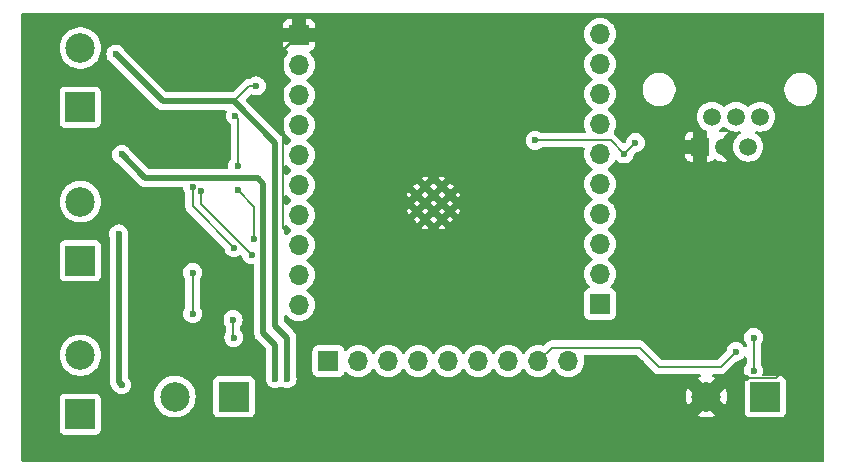
<source format=gbr>
%TF.GenerationSoftware,KiCad,Pcbnew,8.0.1*%
%TF.CreationDate,2024-04-27T11:46:23+02:00*%
%TF.ProjectId,driver_v2,64726976-6572-45f7-9632-2e6b69636164,rev?*%
%TF.SameCoordinates,Original*%
%TF.FileFunction,Copper,L2,Bot*%
%TF.FilePolarity,Positive*%
%FSLAX46Y46*%
G04 Gerber Fmt 4.6, Leading zero omitted, Abs format (unit mm)*
G04 Created by KiCad (PCBNEW 8.0.1) date 2024-04-27 11:46:23*
%MOMM*%
%LPD*%
G01*
G04 APERTURE LIST*
%TA.AperFunction,ComponentPad*%
%ADD10R,1.700000X1.700000*%
%TD*%
%TA.AperFunction,ComponentPad*%
%ADD11O,1.700000X1.700000*%
%TD*%
%TA.AperFunction,ComponentPad*%
%ADD12R,2.500000X2.500000*%
%TD*%
%TA.AperFunction,ComponentPad*%
%ADD13C,2.500000*%
%TD*%
%TA.AperFunction,ComponentPad*%
%ADD14C,0.600000*%
%TD*%
%TA.AperFunction,ComponentPad*%
%ADD15R,1.520000X1.520000*%
%TD*%
%TA.AperFunction,ComponentPad*%
%ADD16C,1.520000*%
%TD*%
%TA.AperFunction,ViaPad*%
%ADD17C,0.600000*%
%TD*%
%TA.AperFunction,Conductor*%
%ADD18C,0.200000*%
%TD*%
%TA.AperFunction,Conductor*%
%ADD19C,0.520000*%
%TD*%
G04 APERTURE END LIST*
D10*
%TO.P,J4,1,Pin_1*%
%TO.N,Net-(IC1-IO26)*%
X130500000Y-88500000D03*
D11*
%TO.P,J4,2,Pin_2*%
%TO.N,Net-(IC1-IO27)*%
X133040000Y-88500000D03*
%TO.P,J4,3,Pin_3*%
%TO.N,Net-(IC1-IO14)*%
X135580000Y-88500000D03*
%TO.P,J4,4,Pin_4*%
%TO.N,Net-(IC1-IO12)*%
X138120000Y-88500000D03*
%TO.P,J4,5,Pin_5*%
%TO.N,Net-(IC1-IO13)*%
X140660000Y-88500000D03*
%TO.P,J4,6,Pin_6*%
%TO.N,Net-(IC1-IO15)*%
X143200000Y-88500000D03*
%TO.P,J4,7,Pin_7*%
%TO.N,Net-(IC1-IO2)*%
X145740000Y-88500000D03*
%TO.P,J4,8,Pin_8*%
%TO.N,Net-(IC1-IO0)*%
X148280000Y-88500000D03*
%TO.P,J4,9,Pin_9*%
%TO.N,Net-(IC1-IO4)*%
X150820000Y-88500000D03*
%TD*%
D10*
%TO.P,J3,1,Pin_1*%
%TO.N,Net-(IC1-IO16)*%
X153500000Y-83660000D03*
D11*
%TO.P,J3,2,Pin_2*%
%TO.N,Net-(IC1-IO17)*%
X153500000Y-81120000D03*
%TO.P,J3,3,Pin_3*%
%TO.N,Net-(IC1-IO5)*%
X153500000Y-78580000D03*
%TO.P,J3,4,Pin_4*%
%TO.N,Net-(IC1-IO18)*%
X153500000Y-76040000D03*
%TO.P,J3,5,Pin_5*%
%TO.N,Net-(IC1-IO19)*%
X153500000Y-73500000D03*
%TO.P,J3,6,Pin_6*%
%TO.N,Net-(IC1-IO21)*%
X153500000Y-70960000D03*
%TO.P,J3,7,Pin_7*%
%TO.N,Net-(IC1-RXD0{slash}IO3)*%
X153500000Y-68420000D03*
%TO.P,J3,8,Pin_8*%
%TO.N,Net-(IC1-TXD0{slash}IO1)*%
X153500000Y-65880000D03*
%TO.P,J3,9,Pin_9*%
%TO.N,Net-(IC1-IO22)*%
X153500000Y-63340000D03*
%TO.P,J3,10,Pin_10*%
%TO.N,Net-(IC1-IO23)*%
X153500000Y-60800000D03*
%TD*%
D12*
%TO.P,M2,1,Pin_1*%
%TO.N,Net-(IC3-OUTA)*%
X109500000Y-80000000D03*
D13*
%TO.P,M2,2,Pin_2*%
%TO.N,Net-(IC3-OUTB)*%
X109500000Y-75000000D03*
%TD*%
D14*
%TO.P,IC1,39,GND*%
%TO.N,GND*%
X138000000Y-74400000D03*
X138000000Y-75800000D03*
X138700000Y-73700000D03*
X138700000Y-75100000D03*
X138700000Y-76500000D03*
X139400000Y-74400000D03*
X139400000Y-75800000D03*
X140100000Y-73700000D03*
X140100000Y-75100000D03*
X140100000Y-76500000D03*
X140800000Y-74400000D03*
X140800000Y-75800000D03*
%TD*%
D12*
%TO.P,BAT,1,Pin_1*%
%TO.N,VCC*%
X167500000Y-91500000D03*
D13*
%TO.P,BAT,2,Pin_2*%
%TO.N,GND*%
X162500000Y-91500000D03*
%TD*%
D15*
%TO.P,RJ12,1*%
%TO.N,GND*%
X161950000Y-70340000D03*
D16*
%TO.P,RJ12,2*%
%TO.N,+3.3V*%
X162970000Y-67800000D03*
%TO.P,RJ12,3*%
%TO.N,GND*%
X163990000Y-70340000D03*
%TO.P,RJ12,4*%
%TO.N,unconnected-(J1-Pad4)*%
X165010000Y-67800000D03*
%TO.P,RJ12,5*%
%TO.N,Net-(IC1-IO22)*%
X166030000Y-70340000D03*
%TO.P,RJ12,6*%
%TO.N,Net-(IC1-IO23)*%
X167050000Y-67800000D03*
%TD*%
D10*
%TO.P,J2,1,Pin_1*%
%TO.N,GND*%
X128000000Y-60880000D03*
D11*
%TO.P,J2,2,Pin_2*%
%TO.N,+3.3V*%
X128000000Y-63420000D03*
%TO.P,J2,3,Pin_3*%
%TO.N,Net-(IC1-EN)*%
X128000000Y-65960000D03*
%TO.P,J2,4,Pin_4*%
%TO.N,Net-(IC1-SENSOR_VP)*%
X128000000Y-68500000D03*
%TO.P,J2,5,Pin_5*%
%TO.N,Net-(IC1-SENSOR_VN)*%
X128000000Y-71040000D03*
%TO.P,J2,6,Pin_6*%
%TO.N,Net-(IC1-IO34)*%
X128000000Y-73580000D03*
%TO.P,J2,7,Pin_7*%
%TO.N,Net-(IC1-IO35)*%
X128000000Y-76120000D03*
%TO.P,J2,8,Pin_8*%
%TO.N,Net-(IC1-IO32)*%
X128000000Y-78660000D03*
%TO.P,J2,9,Pin_9*%
%TO.N,Net-(IC1-IO33)*%
X128000000Y-81200000D03*
%TO.P,J2,10,Pin_10*%
%TO.N,Net-(IC1-IO25)*%
X128000000Y-83740000D03*
%TD*%
D12*
%TO.P,M4,1,Pin_1*%
%TO.N,Net-(IC5-OUTA)*%
X122500000Y-91500000D03*
D13*
%TO.P,M4,2,Pin_2*%
%TO.N,Net-(IC5-OUTB)*%
X117500000Y-91500000D03*
%TD*%
D12*
%TO.P,M3,1,Pin_1*%
%TO.N,Net-(IC4-OUTA)*%
X109500000Y-93000000D03*
D13*
%TO.P,M3,2,Pin_2*%
%TO.N,Net-(IC4-OUTB)*%
X109500000Y-88000000D03*
%TD*%
D12*
%TO.P,M1,1,Pin_1*%
%TO.N,Net-(IC2-OUTA)*%
X109500000Y-67000000D03*
D13*
%TO.P,M1,2,Pin_2*%
%TO.N,Net-(IC2-OUTB)*%
X109500000Y-62000000D03*
%TD*%
D17*
%TO.N,GND*%
X168809744Y-89500000D03*
X127000000Y-77500000D03*
X157000000Y-90000000D03*
X157000000Y-88696446D03*
X165896446Y-89896446D03*
%TO.N,VCC*%
X113000000Y-71000000D03*
X124400000Y-65200000D03*
X126000000Y-90000000D03*
X112500000Y-62500000D03*
X112750000Y-77735001D03*
X113000000Y-90500000D03*
X127000000Y-90000000D03*
%TO.N,+3.3V*%
X156500000Y-70000000D03*
X155541587Y-70958413D03*
X148000000Y-69810000D03*
%TO.N,Net-(IC1-IO16)*%
X122500000Y-86500000D03*
X122424897Y-84984956D03*
%TO.N,Net-(IC1-IO4)*%
X119012224Y-84487776D03*
X119000000Y-81000000D03*
%TO.N,Net-(IC1-IO17)*%
X166500000Y-89296446D03*
X166500000Y-86500000D03*
%TO.N,Net-(IC1-IO0)*%
X165000000Y-87700000D03*
%TO.N,Net-(IC1-IO26)*%
X119000000Y-73760000D03*
X122500000Y-78900000D03*
%TO.N,Net-(IC1-IO27)*%
X119721220Y-74106186D03*
X124000000Y-79500000D03*
%TO.N,Net-(IC1-IO25)*%
X124240000Y-78182893D03*
X122630881Y-67705685D03*
X122825000Y-74000000D03*
X122825000Y-72000000D03*
%TD*%
D18*
%TO.N,GND*%
X126690000Y-77190000D02*
X126690000Y-62190000D01*
X157000000Y-88696446D02*
X157000000Y-90000000D01*
X168413298Y-89896446D02*
X168809744Y-89500000D01*
X165896446Y-89896446D02*
X168413298Y-89896446D01*
X126690000Y-62190000D02*
X128000000Y-60880000D01*
X125000000Y-63880000D02*
X128000000Y-60880000D01*
X127000000Y-77500000D02*
X126690000Y-77190000D01*
%TO.N,VCC*%
X123800000Y-65200000D02*
X122500000Y-66500000D01*
D19*
X127000000Y-90000000D02*
X127000000Y-86500000D01*
X126000000Y-85500000D02*
X126000000Y-70000000D01*
D18*
X124400000Y-65200000D02*
X123800000Y-65200000D01*
D19*
X115000000Y-73000000D02*
X113000000Y-71000000D01*
X112750000Y-77735001D02*
X112750000Y-90250000D01*
X126000000Y-90000000D02*
X126000000Y-87152753D01*
X126000000Y-87152753D02*
X125000000Y-86152753D01*
X116500000Y-66500000D02*
X112500000Y-62500000D01*
X124500000Y-73000000D02*
X115000000Y-73000000D01*
X122500000Y-66500000D02*
X116500000Y-66500000D01*
X126000000Y-70000000D02*
X122500000Y-66500000D01*
X112750000Y-90250000D02*
X113000000Y-90500000D01*
X125000000Y-73500000D02*
X124500000Y-73000000D01*
X125000000Y-86152753D02*
X125000000Y-73500000D01*
X127000000Y-86500000D02*
X126000000Y-85500000D01*
D18*
%TO.N,+3.3V*%
X156500000Y-70000000D02*
X155541587Y-70958413D01*
X155541587Y-70958413D02*
X154393173Y-69810000D01*
X154393173Y-69810000D02*
X148000000Y-69810000D01*
%TO.N,Net-(IC1-IO16)*%
X122500000Y-86500000D02*
X122424897Y-86424897D01*
X122424897Y-86424897D02*
X122424897Y-84984956D01*
%TO.N,Net-(IC1-IO4)*%
X119012224Y-84487776D02*
X119000000Y-84475552D01*
X119000000Y-84475552D02*
X119000000Y-81000000D01*
%TO.N,Net-(IC1-IO17)*%
X166500000Y-86500000D02*
X166500000Y-89296446D01*
%TO.N,Net-(IC1-IO0)*%
X165000000Y-87700000D02*
X163700000Y-89000000D01*
X156850000Y-87350000D02*
X149430000Y-87350000D01*
X163700000Y-89000000D02*
X158500000Y-89000000D01*
X149430000Y-87350000D02*
X148280000Y-88500000D01*
X158500000Y-89000000D02*
X156850000Y-87350000D01*
%TO.N,Net-(IC1-IO26)*%
X122500000Y-78900000D02*
X119000000Y-75400000D01*
X119000000Y-75400000D02*
X119000000Y-73760000D01*
%TO.N,Net-(IC1-IO27)*%
X119721220Y-74106186D02*
X119721220Y-75221220D01*
X119721220Y-75221220D02*
X124000000Y-79500000D01*
%TO.N,Net-(IC1-IO25)*%
X122825000Y-67899804D02*
X122630881Y-67705685D01*
X124240000Y-75415000D02*
X124240000Y-78182893D01*
X122825000Y-74000000D02*
X124240000Y-75415000D01*
X122825000Y-72000000D02*
X122825000Y-67899804D01*
%TD*%
%TA.AperFunction,Conductor*%
%TO.N,GND*%
G36*
X126965703Y-76996045D02*
G01*
X126972181Y-77002077D01*
X127128597Y-77158493D01*
X127128603Y-77158498D01*
X127314158Y-77288425D01*
X127357783Y-77343002D01*
X127364977Y-77412500D01*
X127333454Y-77474855D01*
X127314158Y-77491575D01*
X127128597Y-77621505D01*
X126972181Y-77777922D01*
X126910858Y-77811407D01*
X126841166Y-77806423D01*
X126785233Y-77764551D01*
X126760816Y-77699087D01*
X126760500Y-77690241D01*
X126760500Y-77089758D01*
X126780185Y-77022719D01*
X126832989Y-76976964D01*
X126902147Y-76967020D01*
X126965703Y-76996045D01*
G37*
%TD.AperFunction*%
%TA.AperFunction,Conductor*%
G36*
X126965703Y-74456045D02*
G01*
X126972181Y-74462077D01*
X127128597Y-74618493D01*
X127128603Y-74618498D01*
X127314158Y-74748425D01*
X127357783Y-74803002D01*
X127364977Y-74872500D01*
X127333454Y-74934855D01*
X127314158Y-74951575D01*
X127128597Y-75081505D01*
X126972181Y-75237922D01*
X126910858Y-75271407D01*
X126841166Y-75266423D01*
X126785233Y-75224551D01*
X126760816Y-75159087D01*
X126760500Y-75150241D01*
X126760500Y-74549758D01*
X126780185Y-74482719D01*
X126832989Y-74436964D01*
X126902147Y-74427020D01*
X126965703Y-74456045D01*
G37*
%TD.AperFunction*%
%TA.AperFunction,Conductor*%
G36*
X126965703Y-71916045D02*
G01*
X126972181Y-71922077D01*
X127128597Y-72078493D01*
X127128603Y-72078498D01*
X127314158Y-72208425D01*
X127357783Y-72263002D01*
X127364977Y-72332500D01*
X127333454Y-72394855D01*
X127314158Y-72411575D01*
X127128597Y-72541505D01*
X126972181Y-72697922D01*
X126910858Y-72731407D01*
X126841166Y-72726423D01*
X126785233Y-72684551D01*
X126760816Y-72619087D01*
X126760500Y-72610241D01*
X126760500Y-72009758D01*
X126780185Y-71942719D01*
X126832989Y-71896964D01*
X126902147Y-71887020D01*
X126965703Y-71916045D01*
G37*
%TD.AperFunction*%
%TA.AperFunction,Conductor*%
G36*
X172442539Y-59020185D02*
G01*
X172488294Y-59072989D01*
X172499500Y-59124500D01*
X172499500Y-96875500D01*
X172479815Y-96942539D01*
X172427011Y-96988294D01*
X172375500Y-96999500D01*
X104624500Y-96999500D01*
X104557461Y-96979815D01*
X104511706Y-96927011D01*
X104500500Y-96875500D01*
X104500500Y-94297870D01*
X107749500Y-94297870D01*
X107749501Y-94297876D01*
X107755908Y-94357483D01*
X107806202Y-94492328D01*
X107806206Y-94492335D01*
X107892452Y-94607544D01*
X107892455Y-94607547D01*
X108007664Y-94693793D01*
X108007671Y-94693797D01*
X108142517Y-94744091D01*
X108142516Y-94744091D01*
X108149444Y-94744835D01*
X108202127Y-94750500D01*
X110797872Y-94750499D01*
X110857483Y-94744091D01*
X110992331Y-94693796D01*
X111107546Y-94607546D01*
X111193796Y-94492331D01*
X111244091Y-94357483D01*
X111250500Y-94297873D01*
X111250499Y-91702128D01*
X111244091Y-91642517D01*
X111193796Y-91507669D01*
X111193795Y-91507668D01*
X111193793Y-91507664D01*
X111188059Y-91500004D01*
X115744592Y-91500004D01*
X115764196Y-91761620D01*
X115764197Y-91761625D01*
X115822576Y-92017402D01*
X115822578Y-92017411D01*
X115822580Y-92017416D01*
X115918432Y-92261643D01*
X116049614Y-92488857D01*
X116181736Y-92654533D01*
X116213198Y-92693985D01*
X116325163Y-92797872D01*
X116405521Y-92872433D01*
X116622296Y-93020228D01*
X116622301Y-93020230D01*
X116622302Y-93020231D01*
X116622303Y-93020232D01*
X116747843Y-93080688D01*
X116858673Y-93134061D01*
X116858674Y-93134061D01*
X116858677Y-93134063D01*
X117109385Y-93211396D01*
X117368818Y-93250500D01*
X117631182Y-93250500D01*
X117890615Y-93211396D01*
X118141323Y-93134063D01*
X118377704Y-93020228D01*
X118594479Y-92872433D01*
X118674839Y-92797870D01*
X120749500Y-92797870D01*
X120749501Y-92797876D01*
X120755908Y-92857483D01*
X120806202Y-92992328D01*
X120806206Y-92992335D01*
X120892452Y-93107544D01*
X120892455Y-93107547D01*
X121007664Y-93193793D01*
X121007671Y-93193797D01*
X121142517Y-93244091D01*
X121142516Y-93244091D01*
X121149444Y-93244835D01*
X121202127Y-93250500D01*
X123797872Y-93250499D01*
X123857483Y-93244091D01*
X123992331Y-93193796D01*
X124107546Y-93107546D01*
X124123066Y-93086814D01*
X161761713Y-93086814D01*
X161858857Y-93133595D01*
X161858855Y-93133595D01*
X162109494Y-93210907D01*
X162109500Y-93210909D01*
X162368848Y-93249999D01*
X162368857Y-93250000D01*
X162631143Y-93250000D01*
X162631151Y-93249999D01*
X162890499Y-93210909D01*
X162890505Y-93210907D01*
X163141141Y-93133595D01*
X163141144Y-93133594D01*
X163238285Y-93086813D01*
X162500001Y-92348528D01*
X162500000Y-92348528D01*
X161761713Y-93086814D01*
X124123066Y-93086814D01*
X124193796Y-92992331D01*
X124244091Y-92857483D01*
X124250500Y-92797873D01*
X124250500Y-91500004D01*
X160745093Y-91500004D01*
X160764692Y-91761545D01*
X160764693Y-91761550D01*
X160823058Y-92017270D01*
X160910754Y-92240715D01*
X160910755Y-92240715D01*
X161587452Y-91564019D01*
X161850000Y-91564019D01*
X161874979Y-91689598D01*
X161923978Y-91807890D01*
X161995112Y-91914351D01*
X162085649Y-92004888D01*
X162192110Y-92076022D01*
X162310402Y-92125021D01*
X162435981Y-92150000D01*
X162564019Y-92150000D01*
X162689598Y-92125021D01*
X162807890Y-92076022D01*
X162914351Y-92004888D01*
X163004888Y-91914351D01*
X163076022Y-91807890D01*
X163125021Y-91689598D01*
X163150000Y-91564019D01*
X163150000Y-91500000D01*
X163348528Y-91500000D01*
X164089244Y-92240716D01*
X164089244Y-92240715D01*
X164176938Y-92017273D01*
X164176944Y-92017254D01*
X164235306Y-91761550D01*
X164235307Y-91761545D01*
X164254907Y-91500004D01*
X164254907Y-91499995D01*
X164235307Y-91238454D01*
X164235306Y-91238449D01*
X164176944Y-90982745D01*
X164176942Y-90982738D01*
X164089243Y-90759283D01*
X163348528Y-91499999D01*
X163348528Y-91500000D01*
X163150000Y-91500000D01*
X163150000Y-91435981D01*
X163125021Y-91310402D01*
X163076022Y-91192110D01*
X163004888Y-91085649D01*
X162914351Y-90995112D01*
X162807890Y-90923978D01*
X162689598Y-90874979D01*
X162564019Y-90850000D01*
X162435981Y-90850000D01*
X162310402Y-90874979D01*
X162192110Y-90923978D01*
X162085649Y-90995112D01*
X161995112Y-91085649D01*
X161923978Y-91192110D01*
X161874979Y-91310402D01*
X161850000Y-91435981D01*
X161850000Y-91564019D01*
X161587452Y-91564019D01*
X161651471Y-91500000D01*
X161651471Y-91499999D01*
X160910755Y-90759283D01*
X160910754Y-90759283D01*
X160823058Y-90982729D01*
X160764693Y-91238449D01*
X160764692Y-91238454D01*
X160745093Y-91499995D01*
X160745093Y-91500004D01*
X124250500Y-91500004D01*
X124250499Y-90202128D01*
X124244091Y-90142517D01*
X124193796Y-90007669D01*
X124193795Y-90007668D01*
X124193793Y-90007664D01*
X124107547Y-89892455D01*
X124107544Y-89892452D01*
X123992335Y-89806206D01*
X123992328Y-89806202D01*
X123857482Y-89755908D01*
X123857483Y-89755908D01*
X123797883Y-89749501D01*
X123797881Y-89749500D01*
X123797873Y-89749500D01*
X123797864Y-89749500D01*
X121202129Y-89749500D01*
X121202123Y-89749501D01*
X121142516Y-89755908D01*
X121007671Y-89806202D01*
X121007664Y-89806206D01*
X120892455Y-89892452D01*
X120892452Y-89892455D01*
X120806206Y-90007664D01*
X120806202Y-90007671D01*
X120755908Y-90142517D01*
X120751959Y-90179254D01*
X120749501Y-90202123D01*
X120749500Y-90202135D01*
X120749500Y-92797870D01*
X118674839Y-92797870D01*
X118786805Y-92693981D01*
X118950386Y-92488857D01*
X119081568Y-92261643D01*
X119177420Y-92017416D01*
X119235802Y-91761630D01*
X119235808Y-91761550D01*
X119255408Y-91500004D01*
X119255408Y-91499995D01*
X119235803Y-91238379D01*
X119235802Y-91238374D01*
X119235802Y-91238370D01*
X119177420Y-90982584D01*
X119081568Y-90738357D01*
X118950386Y-90511143D01*
X118786805Y-90306019D01*
X118786804Y-90306018D01*
X118786801Y-90306014D01*
X118594479Y-90127567D01*
X118377704Y-89979772D01*
X118377700Y-89979770D01*
X118377697Y-89979768D01*
X118377696Y-89979767D01*
X118141325Y-89865938D01*
X118141327Y-89865938D01*
X117890623Y-89788606D01*
X117890619Y-89788605D01*
X117890615Y-89788604D01*
X117764275Y-89769561D01*
X117631187Y-89749500D01*
X117631182Y-89749500D01*
X117368818Y-89749500D01*
X117368812Y-89749500D01*
X117207247Y-89773853D01*
X117109385Y-89788604D01*
X117109382Y-89788605D01*
X117109376Y-89788606D01*
X116858673Y-89865938D01*
X116622303Y-89979767D01*
X116622302Y-89979768D01*
X116405520Y-90127567D01*
X116213198Y-90306014D01*
X116049614Y-90511143D01*
X115918432Y-90738356D01*
X115822582Y-90982578D01*
X115822576Y-90982597D01*
X115764197Y-91238374D01*
X115764196Y-91238379D01*
X115744592Y-91499995D01*
X115744592Y-91500004D01*
X111188059Y-91500004D01*
X111107547Y-91392455D01*
X111107544Y-91392452D01*
X110992335Y-91306206D01*
X110992328Y-91306202D01*
X110857482Y-91255908D01*
X110857483Y-91255908D01*
X110797883Y-91249501D01*
X110797881Y-91249500D01*
X110797873Y-91249500D01*
X110797864Y-91249500D01*
X108202129Y-91249500D01*
X108202123Y-91249501D01*
X108142516Y-91255908D01*
X108007671Y-91306202D01*
X108007664Y-91306206D01*
X107892455Y-91392452D01*
X107892452Y-91392455D01*
X107806206Y-91507664D01*
X107806202Y-91507671D01*
X107755908Y-91642517D01*
X107750847Y-91689598D01*
X107749501Y-91702123D01*
X107749500Y-91702135D01*
X107749500Y-94297870D01*
X104500500Y-94297870D01*
X104500500Y-88000004D01*
X107744592Y-88000004D01*
X107764196Y-88261620D01*
X107764197Y-88261625D01*
X107822576Y-88517402D01*
X107822578Y-88517411D01*
X107822580Y-88517416D01*
X107918432Y-88761643D01*
X108049614Y-88988857D01*
X108151957Y-89117191D01*
X108213198Y-89193985D01*
X108390506Y-89358501D01*
X108405521Y-89372433D01*
X108622296Y-89520228D01*
X108622301Y-89520230D01*
X108622302Y-89520231D01*
X108622303Y-89520232D01*
X108704003Y-89559576D01*
X108858673Y-89634061D01*
X108858674Y-89634061D01*
X108858677Y-89634063D01*
X109109385Y-89711396D01*
X109368818Y-89750500D01*
X109631182Y-89750500D01*
X109890615Y-89711396D01*
X110141323Y-89634063D01*
X110377704Y-89520228D01*
X110594479Y-89372433D01*
X110786805Y-89193981D01*
X110950386Y-88988857D01*
X111081568Y-88761643D01*
X111177420Y-88517416D01*
X111235802Y-88261630D01*
X111245104Y-88137504D01*
X111255408Y-88000004D01*
X111255408Y-87999995D01*
X111235803Y-87738379D01*
X111235802Y-87738374D01*
X111235802Y-87738370D01*
X111177420Y-87482584D01*
X111081568Y-87238357D01*
X110950386Y-87011143D01*
X110786805Y-86806019D01*
X110786804Y-86806018D01*
X110786801Y-86806014D01*
X110594479Y-86627567D01*
X110526201Y-86581016D01*
X110377704Y-86479772D01*
X110377700Y-86479770D01*
X110377697Y-86479768D01*
X110377696Y-86479767D01*
X110141325Y-86365938D01*
X110141327Y-86365938D01*
X109890623Y-86288606D01*
X109890619Y-86288605D01*
X109890615Y-86288604D01*
X109765823Y-86269794D01*
X109631187Y-86249500D01*
X109631182Y-86249500D01*
X109368818Y-86249500D01*
X109368812Y-86249500D01*
X109207247Y-86273853D01*
X109109385Y-86288604D01*
X109109382Y-86288605D01*
X109109376Y-86288606D01*
X108858673Y-86365938D01*
X108622303Y-86479767D01*
X108622302Y-86479768D01*
X108405520Y-86627567D01*
X108213198Y-86806014D01*
X108049614Y-87011143D01*
X107918432Y-87238356D01*
X107822582Y-87482578D01*
X107822576Y-87482597D01*
X107764197Y-87738374D01*
X107764196Y-87738379D01*
X107744592Y-87999995D01*
X107744592Y-88000004D01*
X104500500Y-88000004D01*
X104500500Y-81297870D01*
X107749500Y-81297870D01*
X107749501Y-81297876D01*
X107755908Y-81357483D01*
X107806202Y-81492328D01*
X107806206Y-81492335D01*
X107892452Y-81607544D01*
X107892455Y-81607547D01*
X108007664Y-81693793D01*
X108007671Y-81693797D01*
X108142517Y-81744091D01*
X108142516Y-81744091D01*
X108149444Y-81744835D01*
X108202127Y-81750500D01*
X110797872Y-81750499D01*
X110857483Y-81744091D01*
X110992331Y-81693796D01*
X111107546Y-81607546D01*
X111193796Y-81492331D01*
X111244091Y-81357483D01*
X111250500Y-81297873D01*
X111250499Y-78702128D01*
X111244091Y-78642517D01*
X111220773Y-78579999D01*
X111193797Y-78507671D01*
X111193793Y-78507664D01*
X111107547Y-78392455D01*
X111107544Y-78392452D01*
X110992335Y-78306206D01*
X110992328Y-78306202D01*
X110857482Y-78255908D01*
X110857483Y-78255908D01*
X110797883Y-78249501D01*
X110797881Y-78249500D01*
X110797873Y-78249500D01*
X110797864Y-78249500D01*
X108202129Y-78249500D01*
X108202123Y-78249501D01*
X108142516Y-78255908D01*
X108007671Y-78306202D01*
X108007664Y-78306206D01*
X107892455Y-78392452D01*
X107892452Y-78392455D01*
X107806206Y-78507664D01*
X107806202Y-78507671D01*
X107755908Y-78642517D01*
X107754029Y-78659999D01*
X107749501Y-78702123D01*
X107749500Y-78702135D01*
X107749500Y-81297870D01*
X104500500Y-81297870D01*
X104500500Y-77735004D01*
X111944435Y-77735004D01*
X111964630Y-77914247D01*
X111964632Y-77914257D01*
X111982541Y-77965436D01*
X111989500Y-78006391D01*
X111989500Y-90324907D01*
X112018723Y-90471822D01*
X112018725Y-90471830D01*
X112076051Y-90610229D01*
X112076056Y-90610238D01*
X112159279Y-90734789D01*
X112159280Y-90734790D01*
X112159281Y-90734791D01*
X112264669Y-90840179D01*
X112281979Y-90861885D01*
X112370184Y-91002262D01*
X112497738Y-91129816D01*
X112650478Y-91225789D01*
X112736556Y-91255909D01*
X112820745Y-91285368D01*
X112820750Y-91285369D01*
X112999996Y-91305565D01*
X113000000Y-91305565D01*
X113000004Y-91305565D01*
X113179249Y-91285369D01*
X113179252Y-91285368D01*
X113179255Y-91285368D01*
X113349522Y-91225789D01*
X113502262Y-91129816D01*
X113629816Y-91002262D01*
X113725789Y-90849522D01*
X113785368Y-90679255D01*
X113786108Y-90672691D01*
X113805565Y-90500003D01*
X113805565Y-90499996D01*
X113785369Y-90320750D01*
X113785368Y-90320745D01*
X113780213Y-90306014D01*
X113725789Y-90150478D01*
X113629816Y-89997738D01*
X113546819Y-89914741D01*
X113513334Y-89853418D01*
X113510500Y-89827060D01*
X113510500Y-81000003D01*
X118194435Y-81000003D01*
X118214630Y-81179249D01*
X118214631Y-81179254D01*
X118274211Y-81349523D01*
X118279213Y-81357483D01*
X118363946Y-81492335D01*
X118370185Y-81502263D01*
X118372445Y-81505097D01*
X118373334Y-81507275D01*
X118373889Y-81508158D01*
X118373734Y-81508255D01*
X118398855Y-81569783D01*
X118399500Y-81582412D01*
X118399500Y-83922588D01*
X118380494Y-83988560D01*
X118286435Y-84138252D01*
X118226855Y-84308521D01*
X118226854Y-84308526D01*
X118206659Y-84487772D01*
X118206659Y-84487779D01*
X118226854Y-84667025D01*
X118226855Y-84667030D01*
X118286435Y-84837299D01*
X118359636Y-84953797D01*
X118382408Y-84990038D01*
X118509962Y-85117592D01*
X118662702Y-85213565D01*
X118832969Y-85273144D01*
X118832974Y-85273145D01*
X119012220Y-85293341D01*
X119012224Y-85293341D01*
X119012228Y-85293341D01*
X119191473Y-85273145D01*
X119191476Y-85273144D01*
X119191479Y-85273144D01*
X119361746Y-85213565D01*
X119514486Y-85117592D01*
X119642040Y-84990038D01*
X119645231Y-84984959D01*
X121619332Y-84984959D01*
X121639527Y-85164205D01*
X121639528Y-85164210D01*
X121699108Y-85334479D01*
X121795082Y-85487219D01*
X121797342Y-85490053D01*
X121798231Y-85492231D01*
X121798786Y-85493114D01*
X121798631Y-85493211D01*
X121823752Y-85554739D01*
X121824397Y-85567368D01*
X121824397Y-86034883D01*
X121805391Y-86100854D01*
X121774209Y-86150479D01*
X121714633Y-86320737D01*
X121714630Y-86320750D01*
X121694435Y-86499996D01*
X121694435Y-86500003D01*
X121714630Y-86679249D01*
X121714631Y-86679254D01*
X121774211Y-86849523D01*
X121815122Y-86914632D01*
X121870184Y-87002262D01*
X121997738Y-87129816D01*
X122088080Y-87186582D01*
X122137852Y-87217856D01*
X122150478Y-87225789D01*
X122255381Y-87262496D01*
X122320745Y-87285368D01*
X122320750Y-87285369D01*
X122499996Y-87305565D01*
X122500000Y-87305565D01*
X122500004Y-87305565D01*
X122679249Y-87285369D01*
X122679252Y-87285368D01*
X122679255Y-87285368D01*
X122849522Y-87225789D01*
X123002262Y-87129816D01*
X123129816Y-87002262D01*
X123225789Y-86849522D01*
X123285368Y-86679255D01*
X123285369Y-86679249D01*
X123305565Y-86500003D01*
X123305565Y-86499996D01*
X123285369Y-86320750D01*
X123285368Y-86320745D01*
X123225788Y-86150476D01*
X123153156Y-86034883D01*
X123129816Y-85997738D01*
X123061716Y-85929638D01*
X123028231Y-85868315D01*
X123025397Y-85841957D01*
X123025397Y-85567368D01*
X123045082Y-85500329D01*
X123052452Y-85490053D01*
X123054707Y-85487223D01*
X123054713Y-85487218D01*
X123150686Y-85334478D01*
X123210265Y-85164211D01*
X123217989Y-85095659D01*
X123230462Y-84984959D01*
X123230462Y-84984952D01*
X123210266Y-84805706D01*
X123210265Y-84805701D01*
X123200745Y-84778495D01*
X123150686Y-84635434D01*
X123054713Y-84482694D01*
X122927159Y-84355140D01*
X122774420Y-84259167D01*
X122604151Y-84199587D01*
X122604146Y-84199586D01*
X122424901Y-84179391D01*
X122424893Y-84179391D01*
X122245647Y-84199586D01*
X122245642Y-84199587D01*
X122075373Y-84259167D01*
X121922634Y-84355140D01*
X121795081Y-84482693D01*
X121699108Y-84635432D01*
X121639528Y-84805701D01*
X121639527Y-84805706D01*
X121619332Y-84984952D01*
X121619332Y-84984959D01*
X119645231Y-84984959D01*
X119738013Y-84837298D01*
X119797592Y-84667031D01*
X119797593Y-84667025D01*
X119817789Y-84487779D01*
X119817789Y-84487772D01*
X119797593Y-84308526D01*
X119797592Y-84308521D01*
X119760901Y-84203664D01*
X119738013Y-84138254D01*
X119642040Y-83985514D01*
X119636819Y-83980293D01*
X119603334Y-83918970D01*
X119600500Y-83892612D01*
X119600500Y-81582412D01*
X119620185Y-81515373D01*
X119627555Y-81505097D01*
X119629810Y-81502267D01*
X119629816Y-81502262D01*
X119725789Y-81349522D01*
X119785368Y-81179255D01*
X119785369Y-81179249D01*
X119805565Y-81000003D01*
X119805565Y-80999996D01*
X119785369Y-80820750D01*
X119785368Y-80820745D01*
X119755832Y-80736335D01*
X119725789Y-80650478D01*
X119629816Y-80497738D01*
X119502262Y-80370184D01*
X119349523Y-80274211D01*
X119179254Y-80214631D01*
X119179249Y-80214630D01*
X119000004Y-80194435D01*
X118999996Y-80194435D01*
X118820750Y-80214630D01*
X118820745Y-80214631D01*
X118650476Y-80274211D01*
X118497737Y-80370184D01*
X118370184Y-80497737D01*
X118274211Y-80650476D01*
X118214631Y-80820745D01*
X118214630Y-80820750D01*
X118194435Y-80999996D01*
X118194435Y-81000003D01*
X113510500Y-81000003D01*
X113510500Y-78006391D01*
X113517459Y-77965436D01*
X113526543Y-77939475D01*
X113535368Y-77914256D01*
X113537791Y-77892748D01*
X113555565Y-77735004D01*
X113555565Y-77734997D01*
X113535369Y-77555751D01*
X113535368Y-77555746D01*
X113530383Y-77541501D01*
X113475789Y-77385479D01*
X113379816Y-77232739D01*
X113252262Y-77105185D01*
X113209782Y-77078493D01*
X113099523Y-77009212D01*
X112929254Y-76949632D01*
X112929249Y-76949631D01*
X112750004Y-76929436D01*
X112749996Y-76929436D01*
X112570750Y-76949631D01*
X112570745Y-76949632D01*
X112400476Y-77009212D01*
X112247737Y-77105185D01*
X112120184Y-77232738D01*
X112024211Y-77385477D01*
X111964631Y-77555746D01*
X111964630Y-77555751D01*
X111944435Y-77734997D01*
X111944435Y-77735004D01*
X104500500Y-77735004D01*
X104500500Y-75000004D01*
X107744592Y-75000004D01*
X107764196Y-75261620D01*
X107764197Y-75261625D01*
X107822576Y-75517402D01*
X107822578Y-75517411D01*
X107822580Y-75517416D01*
X107918432Y-75761643D01*
X108049614Y-75988857D01*
X108118898Y-76075736D01*
X108213198Y-76193985D01*
X108387167Y-76355403D01*
X108405521Y-76372433D01*
X108622296Y-76520228D01*
X108622301Y-76520230D01*
X108622302Y-76520231D01*
X108622303Y-76520232D01*
X108747843Y-76580688D01*
X108858673Y-76634061D01*
X108858674Y-76634061D01*
X108858677Y-76634063D01*
X109109385Y-76711396D01*
X109368818Y-76750500D01*
X109631182Y-76750500D01*
X109890615Y-76711396D01*
X110141323Y-76634063D01*
X110377704Y-76520228D01*
X110594479Y-76372433D01*
X110786805Y-76193981D01*
X110950386Y-75988857D01*
X111081568Y-75761643D01*
X111177420Y-75517416D01*
X111235802Y-75261630D01*
X111238581Y-75224551D01*
X111255408Y-75000004D01*
X111255408Y-74999995D01*
X111235803Y-74738379D01*
X111235802Y-74738374D01*
X111235802Y-74738370D01*
X111177420Y-74482584D01*
X111081568Y-74238357D01*
X110950386Y-74011143D01*
X110786805Y-73806019D01*
X110786804Y-73806018D01*
X110786801Y-73806014D01*
X110594479Y-73627567D01*
X110575561Y-73614669D01*
X110377704Y-73479772D01*
X110377700Y-73479770D01*
X110377697Y-73479768D01*
X110377696Y-73479767D01*
X110141325Y-73365938D01*
X110141327Y-73365938D01*
X109890623Y-73288606D01*
X109890619Y-73288605D01*
X109890615Y-73288604D01*
X109765823Y-73269794D01*
X109631187Y-73249500D01*
X109631182Y-73249500D01*
X109368818Y-73249500D01*
X109368812Y-73249500D01*
X109207247Y-73273853D01*
X109109385Y-73288604D01*
X109109382Y-73288605D01*
X109109376Y-73288606D01*
X108858673Y-73365938D01*
X108622303Y-73479767D01*
X108622302Y-73479768D01*
X108622296Y-73479771D01*
X108622296Y-73479772D01*
X108596839Y-73497128D01*
X108405520Y-73627567D01*
X108213198Y-73806014D01*
X108049614Y-74011143D01*
X107918432Y-74238356D01*
X107822582Y-74482578D01*
X107822576Y-74482597D01*
X107764197Y-74738374D01*
X107764196Y-74738379D01*
X107744592Y-74999995D01*
X107744592Y-75000004D01*
X104500500Y-75000004D01*
X104500500Y-68297870D01*
X107749500Y-68297870D01*
X107749501Y-68297876D01*
X107755908Y-68357483D01*
X107806202Y-68492328D01*
X107806206Y-68492335D01*
X107892452Y-68607544D01*
X107892455Y-68607547D01*
X108007664Y-68693793D01*
X108007671Y-68693797D01*
X108142517Y-68744091D01*
X108142516Y-68744091D01*
X108149444Y-68744835D01*
X108202127Y-68750500D01*
X110797872Y-68750499D01*
X110857483Y-68744091D01*
X110992331Y-68693796D01*
X111107546Y-68607546D01*
X111193796Y-68492331D01*
X111244091Y-68357483D01*
X111250500Y-68297873D01*
X111250499Y-65702128D01*
X111245299Y-65653757D01*
X111244091Y-65642516D01*
X111193797Y-65507671D01*
X111193793Y-65507664D01*
X111107547Y-65392455D01*
X111107544Y-65392452D01*
X110992335Y-65306206D01*
X110992328Y-65306202D01*
X110857482Y-65255908D01*
X110857483Y-65255908D01*
X110797883Y-65249501D01*
X110797881Y-65249500D01*
X110797873Y-65249500D01*
X110797864Y-65249500D01*
X108202129Y-65249500D01*
X108202123Y-65249501D01*
X108142516Y-65255908D01*
X108007671Y-65306202D01*
X108007664Y-65306206D01*
X107892455Y-65392452D01*
X107892452Y-65392455D01*
X107806206Y-65507664D01*
X107806202Y-65507671D01*
X107755908Y-65642517D01*
X107755685Y-65644596D01*
X107749501Y-65702123D01*
X107749500Y-65702135D01*
X107749500Y-68297870D01*
X104500500Y-68297870D01*
X104500500Y-62000004D01*
X107744592Y-62000004D01*
X107764196Y-62261620D01*
X107764197Y-62261625D01*
X107822576Y-62517402D01*
X107822578Y-62517411D01*
X107822580Y-62517416D01*
X107918432Y-62761643D01*
X108049614Y-62988857D01*
X108141905Y-63104586D01*
X108213198Y-63193985D01*
X108370565Y-63339999D01*
X108405521Y-63372433D01*
X108622296Y-63520228D01*
X108622301Y-63520230D01*
X108622302Y-63520231D01*
X108622303Y-63520232D01*
X108736889Y-63575413D01*
X108858673Y-63634061D01*
X108858674Y-63634061D01*
X108858677Y-63634063D01*
X109109385Y-63711396D01*
X109368818Y-63750500D01*
X109631182Y-63750500D01*
X109890615Y-63711396D01*
X110141323Y-63634063D01*
X110377704Y-63520228D01*
X110594479Y-63372433D01*
X110786805Y-63193981D01*
X110950386Y-62988857D01*
X111081568Y-62761643D01*
X111177420Y-62517416D01*
X111181394Y-62500003D01*
X111694435Y-62500003D01*
X111714630Y-62679249D01*
X111714631Y-62679254D01*
X111774211Y-62849523D01*
X111791064Y-62876344D01*
X111870184Y-63002262D01*
X111997738Y-63129816D01*
X112138118Y-63218022D01*
X112159825Y-63235334D01*
X115906155Y-66981664D01*
X115906184Y-66981695D01*
X116015205Y-67090716D01*
X116015209Y-67090719D01*
X116139761Y-67173943D01*
X116139767Y-67173946D01*
X116139768Y-67173947D01*
X116278170Y-67231275D01*
X116425092Y-67260499D01*
X116425096Y-67260500D01*
X116425097Y-67260500D01*
X121763804Y-67260500D01*
X121830843Y-67280185D01*
X121876598Y-67332989D01*
X121886542Y-67402147D01*
X121880845Y-67425455D01*
X121845514Y-67526422D01*
X121845511Y-67526435D01*
X121825316Y-67705681D01*
X121825316Y-67705688D01*
X121845511Y-67884934D01*
X121845512Y-67884939D01*
X121905092Y-68055208D01*
X122001065Y-68207947D01*
X122128621Y-68335503D01*
X122166471Y-68359285D01*
X122212763Y-68411619D01*
X122224500Y-68464279D01*
X122224500Y-71417587D01*
X122204815Y-71484626D01*
X122197450Y-71494896D01*
X122195186Y-71497734D01*
X122099211Y-71650476D01*
X122039631Y-71820745D01*
X122039630Y-71820750D01*
X122019435Y-71999996D01*
X122019435Y-72000002D01*
X122030884Y-72101616D01*
X122018830Y-72170438D01*
X121971480Y-72221818D01*
X121907664Y-72239500D01*
X115366371Y-72239500D01*
X115299332Y-72219815D01*
X115278690Y-72203181D01*
X113735334Y-70659825D01*
X113718021Y-70638116D01*
X113704317Y-70616306D01*
X113629816Y-70497738D01*
X113502262Y-70370184D01*
X113454226Y-70340001D01*
X113349523Y-70274211D01*
X113179254Y-70214631D01*
X113179249Y-70214630D01*
X113000004Y-70194435D01*
X112999996Y-70194435D01*
X112820750Y-70214630D01*
X112820745Y-70214631D01*
X112650476Y-70274211D01*
X112497737Y-70370184D01*
X112370184Y-70497737D01*
X112274211Y-70650476D01*
X112214631Y-70820745D01*
X112214630Y-70820750D01*
X112194435Y-70999996D01*
X112194435Y-71000003D01*
X112214630Y-71179249D01*
X112214631Y-71179254D01*
X112274211Y-71349523D01*
X112363576Y-71491745D01*
X112370184Y-71502262D01*
X112497738Y-71629816D01*
X112638118Y-71718022D01*
X112659825Y-71735334D01*
X114406155Y-73481664D01*
X114406184Y-73481695D01*
X114515205Y-73590716D01*
X114515209Y-73590719D01*
X114639761Y-73673943D01*
X114639767Y-73673946D01*
X114639768Y-73673947D01*
X114778170Y-73731275D01*
X114905716Y-73756645D01*
X114925092Y-73760499D01*
X114925096Y-73760500D01*
X114925097Y-73760500D01*
X114925098Y-73760500D01*
X115074902Y-73760500D01*
X118083678Y-73760500D01*
X118150717Y-73780185D01*
X118196472Y-73832989D01*
X118206898Y-73870617D01*
X118214630Y-73939249D01*
X118274210Y-74109521D01*
X118274211Y-74109522D01*
X118367399Y-74257830D01*
X118370185Y-74262263D01*
X118372445Y-74265097D01*
X118373334Y-74267275D01*
X118373889Y-74268158D01*
X118373734Y-74268255D01*
X118398855Y-74329783D01*
X118399500Y-74342412D01*
X118399500Y-75313330D01*
X118399499Y-75313348D01*
X118399499Y-75479054D01*
X118399498Y-75479054D01*
X118425567Y-75576344D01*
X118440423Y-75631785D01*
X118454598Y-75656337D01*
X118469358Y-75681900D01*
X118469359Y-75681904D01*
X118469360Y-75681904D01*
X118515396Y-75761643D01*
X118519479Y-75768714D01*
X118519481Y-75768717D01*
X118638349Y-75887585D01*
X118638355Y-75887590D01*
X121669298Y-78918533D01*
X121702783Y-78979856D01*
X121704837Y-78992330D01*
X121714630Y-79079249D01*
X121774210Y-79249521D01*
X121829701Y-79337834D01*
X121870184Y-79402262D01*
X121997738Y-79529816D01*
X122028613Y-79549216D01*
X122138869Y-79618495D01*
X122150478Y-79625789D01*
X122303258Y-79679249D01*
X122320745Y-79685368D01*
X122320750Y-79685369D01*
X122499996Y-79705565D01*
X122500000Y-79705565D01*
X122500004Y-79705565D01*
X122679249Y-79685369D01*
X122679252Y-79685368D01*
X122679255Y-79685368D01*
X122849522Y-79625789D01*
X123002262Y-79529816D01*
X123002267Y-79529810D01*
X123006257Y-79526629D01*
X123070943Y-79500219D01*
X123139639Y-79512973D01*
X123190534Y-79560842D01*
X123206793Y-79609690D01*
X123214630Y-79679249D01*
X123274210Y-79849521D01*
X123370184Y-80002262D01*
X123497738Y-80129816D01*
X123588080Y-80186582D01*
X123632721Y-80214632D01*
X123650478Y-80225789D01*
X123760499Y-80264287D01*
X123820745Y-80285368D01*
X123820750Y-80285369D01*
X123999996Y-80305565D01*
X124000000Y-80305565D01*
X124000003Y-80305565D01*
X124101616Y-80294116D01*
X124170438Y-80306170D01*
X124221818Y-80353520D01*
X124239500Y-80417336D01*
X124239500Y-86227660D01*
X124268723Y-86374575D01*
X124268725Y-86374583D01*
X124326051Y-86512982D01*
X124326056Y-86512991D01*
X124409280Y-86637543D01*
X124409283Y-86637547D01*
X124519528Y-86747792D01*
X124519550Y-86747812D01*
X125203181Y-87431443D01*
X125236666Y-87492766D01*
X125239500Y-87519124D01*
X125239500Y-89728606D01*
X125232542Y-89769561D01*
X125214631Y-89820745D01*
X125214630Y-89820750D01*
X125194435Y-89999996D01*
X125194435Y-90000003D01*
X125214630Y-90179249D01*
X125214631Y-90179254D01*
X125274211Y-90349523D01*
X125351057Y-90471822D01*
X125370184Y-90502262D01*
X125497738Y-90629816D01*
X125650478Y-90725789D01*
X125820745Y-90785368D01*
X125820750Y-90785369D01*
X125999996Y-90805565D01*
X126000000Y-90805565D01*
X126000004Y-90805565D01*
X126179249Y-90785369D01*
X126179252Y-90785368D01*
X126179255Y-90785368D01*
X126349522Y-90725789D01*
X126423581Y-90679255D01*
X126434027Y-90672691D01*
X126501264Y-90653690D01*
X126565973Y-90672691D01*
X126650475Y-90725788D01*
X126820745Y-90785368D01*
X126820750Y-90785369D01*
X126999996Y-90805565D01*
X127000000Y-90805565D01*
X127000004Y-90805565D01*
X127179249Y-90785369D01*
X127179252Y-90785368D01*
X127179255Y-90785368D01*
X127349522Y-90725789D01*
X127502262Y-90629816D01*
X127629816Y-90502262D01*
X127725789Y-90349522D01*
X127785368Y-90179255D01*
X127785369Y-90179249D01*
X127805565Y-90000003D01*
X127805565Y-89999996D01*
X127785369Y-89820750D01*
X127785368Y-89820745D01*
X127767458Y-89769561D01*
X127760500Y-89728606D01*
X127760500Y-89397870D01*
X129149500Y-89397870D01*
X129149501Y-89397876D01*
X129155908Y-89457483D01*
X129206202Y-89592328D01*
X129206206Y-89592335D01*
X129292452Y-89707544D01*
X129292455Y-89707547D01*
X129407664Y-89793793D01*
X129407671Y-89793797D01*
X129542517Y-89844091D01*
X129542516Y-89844091D01*
X129549444Y-89844835D01*
X129602127Y-89850500D01*
X131397872Y-89850499D01*
X131457483Y-89844091D01*
X131592331Y-89793796D01*
X131707546Y-89707546D01*
X131793796Y-89592331D01*
X131842810Y-89460916D01*
X131884681Y-89404984D01*
X131950145Y-89380566D01*
X132018418Y-89395417D01*
X132046673Y-89416569D01*
X132168599Y-89538495D01*
X132257151Y-89600500D01*
X132362165Y-89674032D01*
X132362167Y-89674033D01*
X132362170Y-89674035D01*
X132576337Y-89773903D01*
X132804592Y-89835063D01*
X132981034Y-89850500D01*
X133039999Y-89855659D01*
X133040000Y-89855659D01*
X133040001Y-89855659D01*
X133098966Y-89850500D01*
X133275408Y-89835063D01*
X133503663Y-89773903D01*
X133717830Y-89674035D01*
X133911401Y-89538495D01*
X134078495Y-89371401D01*
X134208425Y-89185842D01*
X134263002Y-89142217D01*
X134332500Y-89135023D01*
X134394855Y-89166546D01*
X134411575Y-89185842D01*
X134541500Y-89371395D01*
X134541505Y-89371401D01*
X134708599Y-89538495D01*
X134797151Y-89600500D01*
X134902165Y-89674032D01*
X134902167Y-89674033D01*
X134902170Y-89674035D01*
X135116337Y-89773903D01*
X135344592Y-89835063D01*
X135521034Y-89850500D01*
X135579999Y-89855659D01*
X135580000Y-89855659D01*
X135580001Y-89855659D01*
X135638966Y-89850500D01*
X135815408Y-89835063D01*
X136043663Y-89773903D01*
X136257830Y-89674035D01*
X136451401Y-89538495D01*
X136618495Y-89371401D01*
X136748425Y-89185842D01*
X136803002Y-89142217D01*
X136872500Y-89135023D01*
X136934855Y-89166546D01*
X136951575Y-89185842D01*
X137081500Y-89371395D01*
X137081505Y-89371401D01*
X137248599Y-89538495D01*
X137337151Y-89600500D01*
X137442165Y-89674032D01*
X137442167Y-89674033D01*
X137442170Y-89674035D01*
X137656337Y-89773903D01*
X137884592Y-89835063D01*
X138061034Y-89850500D01*
X138119999Y-89855659D01*
X138120000Y-89855659D01*
X138120001Y-89855659D01*
X138178966Y-89850500D01*
X138355408Y-89835063D01*
X138583663Y-89773903D01*
X138797830Y-89674035D01*
X138991401Y-89538495D01*
X139158495Y-89371401D01*
X139288425Y-89185842D01*
X139343002Y-89142217D01*
X139412500Y-89135023D01*
X139474855Y-89166546D01*
X139491575Y-89185842D01*
X139621500Y-89371395D01*
X139621505Y-89371401D01*
X139788599Y-89538495D01*
X139877151Y-89600500D01*
X139982165Y-89674032D01*
X139982167Y-89674033D01*
X139982170Y-89674035D01*
X140196337Y-89773903D01*
X140424592Y-89835063D01*
X140601034Y-89850500D01*
X140659999Y-89855659D01*
X140660000Y-89855659D01*
X140660001Y-89855659D01*
X140718966Y-89850500D01*
X140895408Y-89835063D01*
X141123663Y-89773903D01*
X141337830Y-89674035D01*
X141531401Y-89538495D01*
X141698495Y-89371401D01*
X141828425Y-89185842D01*
X141883002Y-89142217D01*
X141952500Y-89135023D01*
X142014855Y-89166546D01*
X142031575Y-89185842D01*
X142161500Y-89371395D01*
X142161505Y-89371401D01*
X142328599Y-89538495D01*
X142417151Y-89600500D01*
X142522165Y-89674032D01*
X142522167Y-89674033D01*
X142522170Y-89674035D01*
X142736337Y-89773903D01*
X142964592Y-89835063D01*
X143141034Y-89850500D01*
X143199999Y-89855659D01*
X143200000Y-89855659D01*
X143200001Y-89855659D01*
X143258966Y-89850500D01*
X143435408Y-89835063D01*
X143663663Y-89773903D01*
X143877830Y-89674035D01*
X144071401Y-89538495D01*
X144238495Y-89371401D01*
X144368425Y-89185842D01*
X144423002Y-89142217D01*
X144492500Y-89135023D01*
X144554855Y-89166546D01*
X144571575Y-89185842D01*
X144701500Y-89371395D01*
X144701505Y-89371401D01*
X144868599Y-89538495D01*
X144957151Y-89600500D01*
X145062165Y-89674032D01*
X145062167Y-89674033D01*
X145062170Y-89674035D01*
X145276337Y-89773903D01*
X145504592Y-89835063D01*
X145681034Y-89850500D01*
X145739999Y-89855659D01*
X145740000Y-89855659D01*
X145740001Y-89855659D01*
X145798966Y-89850500D01*
X145975408Y-89835063D01*
X146203663Y-89773903D01*
X146417830Y-89674035D01*
X146611401Y-89538495D01*
X146778495Y-89371401D01*
X146908425Y-89185842D01*
X146963002Y-89142217D01*
X147032500Y-89135023D01*
X147094855Y-89166546D01*
X147111575Y-89185842D01*
X147241500Y-89371395D01*
X147241505Y-89371401D01*
X147408599Y-89538495D01*
X147497151Y-89600500D01*
X147602165Y-89674032D01*
X147602167Y-89674033D01*
X147602170Y-89674035D01*
X147816337Y-89773903D01*
X148044592Y-89835063D01*
X148221034Y-89850500D01*
X148279999Y-89855659D01*
X148280000Y-89855659D01*
X148280001Y-89855659D01*
X148338966Y-89850500D01*
X148515408Y-89835063D01*
X148743663Y-89773903D01*
X148957830Y-89674035D01*
X149151401Y-89538495D01*
X149318495Y-89371401D01*
X149448425Y-89185842D01*
X149503002Y-89142217D01*
X149572500Y-89135023D01*
X149634855Y-89166546D01*
X149651575Y-89185842D01*
X149781500Y-89371395D01*
X149781505Y-89371401D01*
X149948599Y-89538495D01*
X150037151Y-89600500D01*
X150142165Y-89674032D01*
X150142167Y-89674033D01*
X150142170Y-89674035D01*
X150356337Y-89773903D01*
X150584592Y-89835063D01*
X150761034Y-89850500D01*
X150819999Y-89855659D01*
X150820000Y-89855659D01*
X150820001Y-89855659D01*
X150878966Y-89850500D01*
X151055408Y-89835063D01*
X151283663Y-89773903D01*
X151497830Y-89674035D01*
X151691401Y-89538495D01*
X151858495Y-89371401D01*
X151994035Y-89177830D01*
X152093903Y-88963663D01*
X152155063Y-88735408D01*
X152175659Y-88500000D01*
X152155063Y-88264592D01*
X152112728Y-88106593D01*
X152114391Y-88036743D01*
X152153554Y-87978881D01*
X152217782Y-87951377D01*
X152232503Y-87950500D01*
X156549903Y-87950500D01*
X156616942Y-87970185D01*
X156637584Y-87986819D01*
X158015139Y-89364374D01*
X158015149Y-89364385D01*
X158019479Y-89368715D01*
X158019480Y-89368716D01*
X158131284Y-89480520D01*
X158131286Y-89480521D01*
X158131290Y-89480524D01*
X158268209Y-89559573D01*
X158268216Y-89559577D01*
X158380019Y-89589534D01*
X158420942Y-89600500D01*
X158420943Y-89600500D01*
X161898209Y-89600500D01*
X161965248Y-89620185D01*
X162011003Y-89672989D01*
X162020947Y-89742147D01*
X161991922Y-89805703D01*
X161934758Y-89842991D01*
X161858858Y-89866402D01*
X161858857Y-89866403D01*
X161761714Y-89913184D01*
X161761714Y-89913185D01*
X162500000Y-90651471D01*
X162500001Y-90651471D01*
X163238285Y-89913186D01*
X163238284Y-89913184D01*
X163141142Y-89866404D01*
X163141144Y-89866404D01*
X163065239Y-89842991D01*
X163006980Y-89804421D01*
X162978822Y-89740476D01*
X162989706Y-89671459D01*
X163036175Y-89619282D01*
X163101789Y-89600500D01*
X163613331Y-89600500D01*
X163613347Y-89600501D01*
X163620943Y-89600501D01*
X163779054Y-89600501D01*
X163779057Y-89600501D01*
X163931785Y-89559577D01*
X164002542Y-89518725D01*
X164068716Y-89480520D01*
X164180520Y-89368716D01*
X164180520Y-89368714D01*
X164190724Y-89358511D01*
X164190728Y-89358506D01*
X165018535Y-88530698D01*
X165079856Y-88497215D01*
X165092311Y-88495163D01*
X165179255Y-88485368D01*
X165349522Y-88425789D01*
X165502262Y-88329816D01*
X165629816Y-88202262D01*
X165670506Y-88137503D01*
X165722841Y-88091213D01*
X165791894Y-88080565D01*
X165855743Y-88108940D01*
X165894115Y-88167330D01*
X165899500Y-88203476D01*
X165899500Y-88714033D01*
X165879815Y-88781072D01*
X165872450Y-88791342D01*
X165870186Y-88794180D01*
X165774211Y-88946922D01*
X165714631Y-89117191D01*
X165714630Y-89117196D01*
X165694435Y-89296442D01*
X165694435Y-89296449D01*
X165714630Y-89475695D01*
X165714631Y-89475700D01*
X165774211Y-89645969D01*
X165867062Y-89793740D01*
X165886062Y-89860977D01*
X165865694Y-89927812D01*
X165861335Y-89934023D01*
X165806204Y-90007668D01*
X165806202Y-90007671D01*
X165755908Y-90142517D01*
X165751959Y-90179254D01*
X165749501Y-90202123D01*
X165749500Y-90202135D01*
X165749500Y-92797870D01*
X165749501Y-92797876D01*
X165755908Y-92857483D01*
X165806202Y-92992328D01*
X165806206Y-92992335D01*
X165892452Y-93107544D01*
X165892455Y-93107547D01*
X166007664Y-93193793D01*
X166007671Y-93193797D01*
X166142517Y-93244091D01*
X166142516Y-93244091D01*
X166149444Y-93244835D01*
X166202127Y-93250500D01*
X168797872Y-93250499D01*
X168857483Y-93244091D01*
X168992331Y-93193796D01*
X169107546Y-93107546D01*
X169193796Y-92992331D01*
X169244091Y-92857483D01*
X169250500Y-92797873D01*
X169250499Y-90202128D01*
X169244091Y-90142517D01*
X169193796Y-90007669D01*
X169193795Y-90007668D01*
X169193793Y-90007664D01*
X169107547Y-89892455D01*
X169107544Y-89892452D01*
X168992335Y-89806206D01*
X168992328Y-89806202D01*
X168857482Y-89755908D01*
X168857483Y-89755908D01*
X168797883Y-89749501D01*
X168797881Y-89749500D01*
X168797873Y-89749500D01*
X168797865Y-89749500D01*
X167364324Y-89749500D01*
X167297285Y-89729815D01*
X167251530Y-89677011D01*
X167241586Y-89607853D01*
X167247282Y-89584546D01*
X167283681Y-89480521D01*
X167285368Y-89475701D01*
X167294137Y-89397872D01*
X167305565Y-89296449D01*
X167305565Y-89296442D01*
X167285369Y-89117196D01*
X167285368Y-89117191D01*
X167240462Y-88988857D01*
X167225789Y-88946924D01*
X167129816Y-88794184D01*
X167129814Y-88794182D01*
X167129813Y-88794180D01*
X167127550Y-88791342D01*
X167126659Y-88789161D01*
X167126111Y-88788288D01*
X167126264Y-88788191D01*
X167101144Y-88726655D01*
X167100500Y-88714033D01*
X167100500Y-87082412D01*
X167120185Y-87015373D01*
X167127555Y-87005097D01*
X167129810Y-87002267D01*
X167129816Y-87002262D01*
X167225789Y-86849522D01*
X167285368Y-86679255D01*
X167285369Y-86679249D01*
X167305565Y-86500003D01*
X167305565Y-86499996D01*
X167285369Y-86320750D01*
X167285368Y-86320745D01*
X167225788Y-86150476D01*
X167153156Y-86034883D01*
X167129816Y-85997738D01*
X167002262Y-85870184D01*
X166957339Y-85841957D01*
X166849523Y-85774211D01*
X166679254Y-85714631D01*
X166679249Y-85714630D01*
X166500004Y-85694435D01*
X166499996Y-85694435D01*
X166320750Y-85714630D01*
X166320745Y-85714631D01*
X166150476Y-85774211D01*
X165997737Y-85870184D01*
X165870184Y-85997737D01*
X165774211Y-86150476D01*
X165714631Y-86320745D01*
X165714630Y-86320750D01*
X165694435Y-86499996D01*
X165694435Y-86500003D01*
X165714630Y-86679249D01*
X165714631Y-86679254D01*
X165774211Y-86849523D01*
X165815121Y-86914630D01*
X165852558Y-86974211D01*
X165870185Y-87002263D01*
X165872445Y-87005097D01*
X165873334Y-87007275D01*
X165873889Y-87008158D01*
X165873734Y-87008255D01*
X165898855Y-87069783D01*
X165899500Y-87082412D01*
X165899500Y-87196523D01*
X165879815Y-87263562D01*
X165827011Y-87309317D01*
X165757853Y-87319261D01*
X165694297Y-87290236D01*
X165670507Y-87262496D01*
X165629817Y-87197739D01*
X165502262Y-87070184D01*
X165349523Y-86974211D01*
X165179254Y-86914631D01*
X165179249Y-86914630D01*
X165000004Y-86894435D01*
X164999996Y-86894435D01*
X164820750Y-86914630D01*
X164820745Y-86914631D01*
X164650476Y-86974211D01*
X164497737Y-87070184D01*
X164370184Y-87197737D01*
X164274210Y-87350478D01*
X164214630Y-87520750D01*
X164204837Y-87607668D01*
X164177770Y-87672082D01*
X164169298Y-87681465D01*
X163487584Y-88363181D01*
X163426261Y-88396666D01*
X163399903Y-88399500D01*
X158800097Y-88399500D01*
X158733058Y-88379815D01*
X158712416Y-88363181D01*
X157337590Y-86988355D01*
X157337588Y-86988352D01*
X157218717Y-86869481D01*
X157218716Y-86869480D01*
X157131904Y-86819360D01*
X157131904Y-86819359D01*
X157131900Y-86819358D01*
X157081785Y-86790423D01*
X156929057Y-86749499D01*
X156770943Y-86749499D01*
X156763347Y-86749499D01*
X156763331Y-86749500D01*
X149516670Y-86749500D01*
X149516654Y-86749499D01*
X149509058Y-86749499D01*
X149350943Y-86749499D01*
X149274579Y-86769961D01*
X149198214Y-86790423D01*
X149198209Y-86790426D01*
X149061290Y-86869475D01*
X149061286Y-86869478D01*
X148763529Y-87167234D01*
X148702206Y-87200718D01*
X148643755Y-87199327D01*
X148515413Y-87164938D01*
X148515403Y-87164936D01*
X148280001Y-87144341D01*
X148279999Y-87144341D01*
X148044596Y-87164936D01*
X148044586Y-87164938D01*
X147816344Y-87226094D01*
X147816335Y-87226098D01*
X147602171Y-87325964D01*
X147602169Y-87325965D01*
X147408597Y-87461505D01*
X147241505Y-87628597D01*
X147111575Y-87814158D01*
X147056998Y-87857783D01*
X146987500Y-87864977D01*
X146925145Y-87833454D01*
X146908425Y-87814158D01*
X146778494Y-87628597D01*
X146611402Y-87461506D01*
X146611395Y-87461501D01*
X146417834Y-87325967D01*
X146417830Y-87325965D01*
X146374082Y-87305565D01*
X146203663Y-87226097D01*
X146203659Y-87226096D01*
X146203655Y-87226094D01*
X145975413Y-87164938D01*
X145975403Y-87164936D01*
X145740001Y-87144341D01*
X145739999Y-87144341D01*
X145504596Y-87164936D01*
X145504586Y-87164938D01*
X145276344Y-87226094D01*
X145276335Y-87226098D01*
X145062171Y-87325964D01*
X145062169Y-87325965D01*
X144868597Y-87461505D01*
X144701505Y-87628597D01*
X144571575Y-87814158D01*
X144516998Y-87857783D01*
X144447500Y-87864977D01*
X144385145Y-87833454D01*
X144368425Y-87814158D01*
X144238494Y-87628597D01*
X144071402Y-87461506D01*
X144071395Y-87461501D01*
X143877834Y-87325967D01*
X143877830Y-87325965D01*
X143834082Y-87305565D01*
X143663663Y-87226097D01*
X143663659Y-87226096D01*
X143663655Y-87226094D01*
X143435413Y-87164938D01*
X143435403Y-87164936D01*
X143200001Y-87144341D01*
X143199999Y-87144341D01*
X142964596Y-87164936D01*
X142964586Y-87164938D01*
X142736344Y-87226094D01*
X142736335Y-87226098D01*
X142522171Y-87325964D01*
X142522169Y-87325965D01*
X142328597Y-87461505D01*
X142161505Y-87628597D01*
X142031575Y-87814158D01*
X141976998Y-87857783D01*
X141907500Y-87864977D01*
X141845145Y-87833454D01*
X141828425Y-87814158D01*
X141698494Y-87628597D01*
X141531402Y-87461506D01*
X141531395Y-87461501D01*
X141337834Y-87325967D01*
X141337830Y-87325965D01*
X141294082Y-87305565D01*
X141123663Y-87226097D01*
X141123659Y-87226096D01*
X141123655Y-87226094D01*
X140895413Y-87164938D01*
X140895403Y-87164936D01*
X140660001Y-87144341D01*
X140659999Y-87144341D01*
X140424596Y-87164936D01*
X140424586Y-87164938D01*
X140196344Y-87226094D01*
X140196335Y-87226098D01*
X139982171Y-87325964D01*
X139982169Y-87325965D01*
X139788597Y-87461505D01*
X139621505Y-87628597D01*
X139491575Y-87814158D01*
X139436998Y-87857783D01*
X139367500Y-87864977D01*
X139305145Y-87833454D01*
X139288425Y-87814158D01*
X139158494Y-87628597D01*
X138991402Y-87461506D01*
X138991395Y-87461501D01*
X138797834Y-87325967D01*
X138797830Y-87325965D01*
X138754082Y-87305565D01*
X138583663Y-87226097D01*
X138583659Y-87226096D01*
X138583655Y-87226094D01*
X138355413Y-87164938D01*
X138355403Y-87164936D01*
X138120001Y-87144341D01*
X138119999Y-87144341D01*
X137884596Y-87164936D01*
X137884586Y-87164938D01*
X137656344Y-87226094D01*
X137656335Y-87226098D01*
X137442171Y-87325964D01*
X137442169Y-87325965D01*
X137248597Y-87461505D01*
X137081505Y-87628597D01*
X136951575Y-87814158D01*
X136896998Y-87857783D01*
X136827500Y-87864977D01*
X136765145Y-87833454D01*
X136748425Y-87814158D01*
X136618494Y-87628597D01*
X136451402Y-87461506D01*
X136451395Y-87461501D01*
X136257834Y-87325967D01*
X136257830Y-87325965D01*
X136214082Y-87305565D01*
X136043663Y-87226097D01*
X136043659Y-87226096D01*
X136043655Y-87226094D01*
X135815413Y-87164938D01*
X135815403Y-87164936D01*
X135580001Y-87144341D01*
X135579999Y-87144341D01*
X135344596Y-87164936D01*
X135344586Y-87164938D01*
X135116344Y-87226094D01*
X135116335Y-87226098D01*
X134902171Y-87325964D01*
X134902169Y-87325965D01*
X134708597Y-87461505D01*
X134541505Y-87628597D01*
X134411575Y-87814158D01*
X134356998Y-87857783D01*
X134287500Y-87864977D01*
X134225145Y-87833454D01*
X134208425Y-87814158D01*
X134078494Y-87628597D01*
X133911402Y-87461506D01*
X133911395Y-87461501D01*
X133717834Y-87325967D01*
X133717830Y-87325965D01*
X133674082Y-87305565D01*
X133503663Y-87226097D01*
X133503659Y-87226096D01*
X133503655Y-87226094D01*
X133275413Y-87164938D01*
X133275403Y-87164936D01*
X133040001Y-87144341D01*
X133039999Y-87144341D01*
X132804596Y-87164936D01*
X132804586Y-87164938D01*
X132576344Y-87226094D01*
X132576335Y-87226098D01*
X132362171Y-87325964D01*
X132362169Y-87325965D01*
X132168600Y-87461503D01*
X132046673Y-87583430D01*
X131985350Y-87616914D01*
X131915658Y-87611930D01*
X131859725Y-87570058D01*
X131842810Y-87539081D01*
X131793797Y-87407671D01*
X131793793Y-87407664D01*
X131707547Y-87292455D01*
X131707544Y-87292452D01*
X131592335Y-87206206D01*
X131592328Y-87206202D01*
X131457482Y-87155908D01*
X131457483Y-87155908D01*
X131397883Y-87149501D01*
X131397881Y-87149500D01*
X131397873Y-87149500D01*
X131397864Y-87149500D01*
X129602129Y-87149500D01*
X129602123Y-87149501D01*
X129542516Y-87155908D01*
X129407671Y-87206202D01*
X129407664Y-87206206D01*
X129292455Y-87292452D01*
X129292452Y-87292455D01*
X129206206Y-87407664D01*
X129206202Y-87407671D01*
X129155908Y-87542517D01*
X129149501Y-87602116D01*
X129149500Y-87602135D01*
X129149500Y-89397870D01*
X127760500Y-89397870D01*
X127760500Y-86581037D01*
X127760501Y-86581016D01*
X127760501Y-86425095D01*
X127760500Y-86425093D01*
X127748733Y-86365937D01*
X127731275Y-86278170D01*
X127678383Y-86150478D01*
X127673948Y-86139770D01*
X127624302Y-86065470D01*
X127590717Y-86015206D01*
X127481695Y-85906184D01*
X127481664Y-85906155D01*
X126796819Y-85221310D01*
X126763334Y-85159987D01*
X126760500Y-85133629D01*
X126760500Y-84709758D01*
X126780185Y-84642719D01*
X126832989Y-84596964D01*
X126902147Y-84587020D01*
X126965703Y-84616045D01*
X126972181Y-84622077D01*
X127128599Y-84778495D01*
X127212578Y-84837298D01*
X127322165Y-84914032D01*
X127322167Y-84914033D01*
X127322170Y-84914035D01*
X127536337Y-85013903D01*
X127764592Y-85075063D01*
X127952918Y-85091539D01*
X127999999Y-85095659D01*
X128000000Y-85095659D01*
X128000001Y-85095659D01*
X128039234Y-85092226D01*
X128235408Y-85075063D01*
X128463663Y-85013903D01*
X128677830Y-84914035D01*
X128871401Y-84778495D01*
X129038495Y-84611401D01*
X129174035Y-84417830D01*
X129273903Y-84203663D01*
X129335063Y-83975408D01*
X129355659Y-83740000D01*
X129335063Y-83504592D01*
X129273903Y-83276337D01*
X129174035Y-83062171D01*
X129054466Y-82891407D01*
X129038494Y-82868597D01*
X128871402Y-82701506D01*
X128871396Y-82701501D01*
X128685842Y-82571575D01*
X128642217Y-82516998D01*
X128635023Y-82447500D01*
X128666546Y-82385145D01*
X128685842Y-82368425D01*
X128769995Y-82309500D01*
X128871401Y-82238495D01*
X129038495Y-82071401D01*
X129174035Y-81877830D01*
X129273903Y-81663663D01*
X129335063Y-81435408D01*
X129355659Y-81200000D01*
X129353843Y-81179249D01*
X129338161Y-81000000D01*
X129335063Y-80964592D01*
X129273903Y-80736337D01*
X129174035Y-80522171D01*
X129156927Y-80497737D01*
X129038494Y-80328597D01*
X128871402Y-80161506D01*
X128871396Y-80161501D01*
X128685842Y-80031575D01*
X128642217Y-79976998D01*
X128635023Y-79907500D01*
X128666546Y-79845145D01*
X128685842Y-79828425D01*
X128776215Y-79765145D01*
X128871401Y-79698495D01*
X129038495Y-79531401D01*
X129174035Y-79337830D01*
X129273903Y-79123663D01*
X129335063Y-78895408D01*
X129355659Y-78660000D01*
X129335063Y-78424592D01*
X129273903Y-78196337D01*
X129174035Y-77982171D01*
X129169205Y-77975272D01*
X129038494Y-77788597D01*
X128871402Y-77621506D01*
X128871396Y-77621501D01*
X128685842Y-77491575D01*
X128642217Y-77436998D01*
X128635023Y-77367500D01*
X128666546Y-77305145D01*
X128685842Y-77288425D01*
X128758089Y-77237837D01*
X138386424Y-77237837D01*
X138520858Y-77284877D01*
X138520861Y-77284878D01*
X138699997Y-77305062D01*
X138700003Y-77305062D01*
X138879138Y-77284878D01*
X138879141Y-77284877D01*
X139013574Y-77237837D01*
X139786424Y-77237837D01*
X139920858Y-77284877D01*
X139920861Y-77284878D01*
X140099997Y-77305062D01*
X140100003Y-77305062D01*
X140279138Y-77284878D01*
X140279141Y-77284877D01*
X140413574Y-77237837D01*
X140100001Y-76924264D01*
X140100000Y-76924264D01*
X139786424Y-77237837D01*
X139013574Y-77237837D01*
X138700001Y-76924264D01*
X138700000Y-76924264D01*
X138386424Y-77237837D01*
X128758089Y-77237837D01*
X128871401Y-77158495D01*
X129038495Y-76991401D01*
X129174035Y-76797830D01*
X129273903Y-76583663D01*
X129286182Y-76537837D01*
X137686424Y-76537837D01*
X137820859Y-76584877D01*
X137821644Y-76585057D01*
X137822099Y-76585311D01*
X137827430Y-76587177D01*
X137827103Y-76588110D01*
X137882623Y-76619166D01*
X137911953Y-76672875D01*
X137912823Y-76672571D01*
X137914670Y-76677851D01*
X137914939Y-76678343D01*
X137915120Y-76679135D01*
X137962160Y-76813573D01*
X137962161Y-76813574D01*
X138255845Y-76519891D01*
X138600000Y-76519891D01*
X138615224Y-76556645D01*
X138643355Y-76584776D01*
X138680109Y-76600000D01*
X138719891Y-76600000D01*
X138756645Y-76584776D01*
X138784776Y-76556645D01*
X138800000Y-76519891D01*
X138800000Y-76500000D01*
X139124264Y-76500000D01*
X139400000Y-76775736D01*
X139655845Y-76519891D01*
X140000000Y-76519891D01*
X140015224Y-76556645D01*
X140043355Y-76584776D01*
X140080109Y-76600000D01*
X140119891Y-76600000D01*
X140156645Y-76584776D01*
X140184776Y-76556645D01*
X140200000Y-76519891D01*
X140200000Y-76500000D01*
X140524264Y-76500000D01*
X140837837Y-76813573D01*
X140884876Y-76679144D01*
X140885056Y-76678358D01*
X140885311Y-76677901D01*
X140887177Y-76672570D01*
X140888110Y-76672896D01*
X140919164Y-76617379D01*
X140972875Y-76588049D01*
X140972570Y-76587177D01*
X140977870Y-76585322D01*
X140978358Y-76585056D01*
X140979144Y-76584876D01*
X141113573Y-76537837D01*
X140800000Y-76224264D01*
X140524264Y-76500000D01*
X140200000Y-76500000D01*
X140200000Y-76480109D01*
X140184776Y-76443355D01*
X140156645Y-76415224D01*
X140119891Y-76400000D01*
X140080109Y-76400000D01*
X140043355Y-76415224D01*
X140015224Y-76443355D01*
X140000000Y-76480109D01*
X140000000Y-76519891D01*
X139655845Y-76519891D01*
X139675736Y-76500000D01*
X139400000Y-76224264D01*
X139124264Y-76500000D01*
X138800000Y-76500000D01*
X138800000Y-76480109D01*
X138784776Y-76443355D01*
X138756645Y-76415224D01*
X138719891Y-76400000D01*
X138680109Y-76400000D01*
X138643355Y-76415224D01*
X138615224Y-76443355D01*
X138600000Y-76480109D01*
X138600000Y-76519891D01*
X138255845Y-76519891D01*
X138275736Y-76500000D01*
X138275736Y-76499999D01*
X138000001Y-76224264D01*
X138000000Y-76224264D01*
X137686424Y-76537837D01*
X129286182Y-76537837D01*
X129335063Y-76355408D01*
X129355659Y-76120000D01*
X129335063Y-75884592D01*
X129312397Y-75800002D01*
X137194938Y-75800002D01*
X137215122Y-75979142D01*
X137262160Y-76113573D01*
X137262161Y-76113574D01*
X137555845Y-75819891D01*
X137900000Y-75819891D01*
X137915224Y-75856645D01*
X137943355Y-75884776D01*
X137980109Y-75900000D01*
X138019891Y-75900000D01*
X138056645Y-75884776D01*
X138084776Y-75856645D01*
X138100000Y-75819891D01*
X138100000Y-75800000D01*
X138424264Y-75800000D01*
X138700000Y-76075736D01*
X138955845Y-75819891D01*
X139300000Y-75819891D01*
X139315224Y-75856645D01*
X139343355Y-75884776D01*
X139380109Y-75900000D01*
X139419891Y-75900000D01*
X139456645Y-75884776D01*
X139484776Y-75856645D01*
X139500000Y-75819891D01*
X139500000Y-75800000D01*
X139824264Y-75800000D01*
X140100000Y-76075736D01*
X140355845Y-75819891D01*
X140700000Y-75819891D01*
X140715224Y-75856645D01*
X140743355Y-75884776D01*
X140780109Y-75900000D01*
X140819891Y-75900000D01*
X140856645Y-75884776D01*
X140884776Y-75856645D01*
X140900000Y-75819891D01*
X140900000Y-75800000D01*
X141224264Y-75800000D01*
X141537837Y-76113573D01*
X141584877Y-75979141D01*
X141584878Y-75979138D01*
X141605062Y-75800002D01*
X141605062Y-75799997D01*
X141584878Y-75620861D01*
X141584877Y-75620858D01*
X141537837Y-75486425D01*
X141537837Y-75486424D01*
X141224264Y-75799999D01*
X141224264Y-75800000D01*
X140900000Y-75800000D01*
X140900000Y-75780109D01*
X140884776Y-75743355D01*
X140856645Y-75715224D01*
X140819891Y-75700000D01*
X140780109Y-75700000D01*
X140743355Y-75715224D01*
X140715224Y-75743355D01*
X140700000Y-75780109D01*
X140700000Y-75819891D01*
X140355845Y-75819891D01*
X140375736Y-75800000D01*
X140100000Y-75524264D01*
X139824264Y-75800000D01*
X139500000Y-75800000D01*
X139500000Y-75780109D01*
X139484776Y-75743355D01*
X139456645Y-75715224D01*
X139419891Y-75700000D01*
X139380109Y-75700000D01*
X139343355Y-75715224D01*
X139315224Y-75743355D01*
X139300000Y-75780109D01*
X139300000Y-75819891D01*
X138955845Y-75819891D01*
X138975736Y-75800000D01*
X138700000Y-75524264D01*
X138424264Y-75800000D01*
X138100000Y-75800000D01*
X138100000Y-75780109D01*
X138084776Y-75743355D01*
X138056645Y-75715224D01*
X138019891Y-75700000D01*
X137980109Y-75700000D01*
X137943355Y-75715224D01*
X137915224Y-75743355D01*
X137900000Y-75780109D01*
X137900000Y-75819891D01*
X137555845Y-75819891D01*
X137575736Y-75800000D01*
X137262160Y-75486424D01*
X137215122Y-75620857D01*
X137194938Y-75799997D01*
X137194938Y-75800002D01*
X129312397Y-75800002D01*
X129273903Y-75656337D01*
X129174035Y-75442171D01*
X129118018Y-75362169D01*
X129038494Y-75248597D01*
X128889896Y-75100000D01*
X137724264Y-75100000D01*
X138000000Y-75375736D01*
X138255845Y-75119891D01*
X138600000Y-75119891D01*
X138615224Y-75156645D01*
X138643355Y-75184776D01*
X138680109Y-75200000D01*
X138719891Y-75200000D01*
X138756645Y-75184776D01*
X138784776Y-75156645D01*
X138800000Y-75119891D01*
X138800000Y-75100000D01*
X139124264Y-75100000D01*
X139400000Y-75375736D01*
X139655845Y-75119891D01*
X140000000Y-75119891D01*
X140015224Y-75156645D01*
X140043355Y-75184776D01*
X140080109Y-75200000D01*
X140119891Y-75200000D01*
X140156645Y-75184776D01*
X140184776Y-75156645D01*
X140200000Y-75119891D01*
X140200000Y-75100000D01*
X140524264Y-75100000D01*
X140800000Y-75375736D01*
X141075736Y-75100000D01*
X140800000Y-74824264D01*
X140524264Y-75100000D01*
X140200000Y-75100000D01*
X140200000Y-75080109D01*
X140184776Y-75043355D01*
X140156645Y-75015224D01*
X140119891Y-75000000D01*
X140080109Y-75000000D01*
X140043355Y-75015224D01*
X140015224Y-75043355D01*
X140000000Y-75080109D01*
X140000000Y-75119891D01*
X139655845Y-75119891D01*
X139675736Y-75100000D01*
X139400000Y-74824264D01*
X139124264Y-75100000D01*
X138800000Y-75100000D01*
X138800000Y-75080109D01*
X138784776Y-75043355D01*
X138756645Y-75015224D01*
X138719891Y-75000000D01*
X138680109Y-75000000D01*
X138643355Y-75015224D01*
X138615224Y-75043355D01*
X138600000Y-75080109D01*
X138600000Y-75119891D01*
X138255845Y-75119891D01*
X138275736Y-75100000D01*
X138000000Y-74824264D01*
X137724264Y-75100000D01*
X128889896Y-75100000D01*
X128871402Y-75081506D01*
X128871396Y-75081501D01*
X128685842Y-74951575D01*
X128642217Y-74896998D01*
X128635023Y-74827500D01*
X128666546Y-74765145D01*
X128685842Y-74748425D01*
X128735616Y-74713573D01*
X128871401Y-74618495D01*
X129038495Y-74451401D01*
X129074485Y-74400002D01*
X137194938Y-74400002D01*
X137215122Y-74579142D01*
X137262160Y-74713573D01*
X137262161Y-74713574D01*
X137555845Y-74419891D01*
X137900000Y-74419891D01*
X137915224Y-74456645D01*
X137943355Y-74484776D01*
X137980109Y-74500000D01*
X138019891Y-74500000D01*
X138056645Y-74484776D01*
X138084776Y-74456645D01*
X138100000Y-74419891D01*
X138100000Y-74400000D01*
X138424264Y-74400000D01*
X138700000Y-74675736D01*
X138955845Y-74419891D01*
X139300000Y-74419891D01*
X139315224Y-74456645D01*
X139343355Y-74484776D01*
X139380109Y-74500000D01*
X139419891Y-74500000D01*
X139456645Y-74484776D01*
X139484776Y-74456645D01*
X139500000Y-74419891D01*
X139500000Y-74400000D01*
X139824264Y-74400000D01*
X140100000Y-74675736D01*
X140355845Y-74419891D01*
X140700000Y-74419891D01*
X140715224Y-74456645D01*
X140743355Y-74484776D01*
X140780109Y-74500000D01*
X140819891Y-74500000D01*
X140856645Y-74484776D01*
X140884776Y-74456645D01*
X140900000Y-74419891D01*
X140900000Y-74400000D01*
X141224264Y-74400000D01*
X141537837Y-74713573D01*
X141584877Y-74579141D01*
X141584878Y-74579138D01*
X141605062Y-74400002D01*
X141605062Y-74399997D01*
X141584878Y-74220861D01*
X141584877Y-74220858D01*
X141537837Y-74086425D01*
X141537837Y-74086424D01*
X141224264Y-74399999D01*
X141224264Y-74400000D01*
X140900000Y-74400000D01*
X140900000Y-74380109D01*
X140884776Y-74343355D01*
X140856645Y-74315224D01*
X140819891Y-74300000D01*
X140780109Y-74300000D01*
X140743355Y-74315224D01*
X140715224Y-74343355D01*
X140700000Y-74380109D01*
X140700000Y-74419891D01*
X140355845Y-74419891D01*
X140375736Y-74400000D01*
X140100000Y-74124264D01*
X139824264Y-74400000D01*
X139500000Y-74400000D01*
X139500000Y-74380109D01*
X139484776Y-74343355D01*
X139456645Y-74315224D01*
X139419891Y-74300000D01*
X139380109Y-74300000D01*
X139343355Y-74315224D01*
X139315224Y-74343355D01*
X139300000Y-74380109D01*
X139300000Y-74419891D01*
X138955845Y-74419891D01*
X138975736Y-74400000D01*
X138700000Y-74124264D01*
X138424264Y-74400000D01*
X138100000Y-74400000D01*
X138100000Y-74380109D01*
X138084776Y-74343355D01*
X138056645Y-74315224D01*
X138019891Y-74300000D01*
X137980109Y-74300000D01*
X137943355Y-74315224D01*
X137915224Y-74343355D01*
X137900000Y-74380109D01*
X137900000Y-74419891D01*
X137555845Y-74419891D01*
X137575736Y-74400000D01*
X137262160Y-74086424D01*
X137215122Y-74220857D01*
X137194938Y-74399997D01*
X137194938Y-74400002D01*
X129074485Y-74400002D01*
X129174035Y-74257830D01*
X129273903Y-74043663D01*
X129335063Y-73815408D01*
X129348471Y-73662160D01*
X137686424Y-73662160D01*
X138000000Y-73975736D01*
X138255845Y-73719891D01*
X138600000Y-73719891D01*
X138615224Y-73756645D01*
X138643355Y-73784776D01*
X138680109Y-73800000D01*
X138719891Y-73800000D01*
X138756645Y-73784776D01*
X138784776Y-73756645D01*
X138800000Y-73719891D01*
X138800000Y-73700000D01*
X139124264Y-73700000D01*
X139400000Y-73975736D01*
X139655845Y-73719891D01*
X140000000Y-73719891D01*
X140015224Y-73756645D01*
X140043355Y-73784776D01*
X140080109Y-73800000D01*
X140119891Y-73800000D01*
X140156645Y-73784776D01*
X140184776Y-73756645D01*
X140200000Y-73719891D01*
X140200000Y-73700000D01*
X140524264Y-73700000D01*
X140800000Y-73975736D01*
X140800001Y-73975736D01*
X141113574Y-73662161D01*
X141113573Y-73662160D01*
X140979135Y-73615120D01*
X140978343Y-73614939D01*
X140977883Y-73614681D01*
X140972571Y-73612823D01*
X140972896Y-73611891D01*
X140917368Y-73580824D01*
X140888049Y-73527124D01*
X140887177Y-73527430D01*
X140885322Y-73522130D01*
X140885057Y-73521644D01*
X140884877Y-73520859D01*
X140837837Y-73386425D01*
X140837837Y-73386424D01*
X140524264Y-73699999D01*
X140524264Y-73700000D01*
X140200000Y-73700000D01*
X140200000Y-73680109D01*
X140184776Y-73643355D01*
X140156645Y-73615224D01*
X140119891Y-73600000D01*
X140080109Y-73600000D01*
X140043355Y-73615224D01*
X140015224Y-73643355D01*
X140000000Y-73680109D01*
X140000000Y-73719891D01*
X139655845Y-73719891D01*
X139675736Y-73700000D01*
X139400000Y-73424264D01*
X139124264Y-73700000D01*
X138800000Y-73700000D01*
X138800000Y-73680109D01*
X138784776Y-73643355D01*
X138756645Y-73615224D01*
X138719891Y-73600000D01*
X138680109Y-73600000D01*
X138643355Y-73615224D01*
X138615224Y-73643355D01*
X138600000Y-73680109D01*
X138600000Y-73719891D01*
X138255845Y-73719891D01*
X138275736Y-73700000D01*
X137962160Y-73386424D01*
X137915119Y-73520866D01*
X137914938Y-73521660D01*
X137914680Y-73522119D01*
X137912823Y-73527429D01*
X137911892Y-73527103D01*
X137880822Y-73582634D01*
X137827124Y-73611954D01*
X137827429Y-73612823D01*
X137822151Y-73614669D01*
X137821660Y-73614938D01*
X137820866Y-73615119D01*
X137686424Y-73662160D01*
X129348471Y-73662160D01*
X129355659Y-73580000D01*
X129335063Y-73344592D01*
X129273903Y-73116337D01*
X129202009Y-72962160D01*
X138386424Y-72962160D01*
X138700000Y-73275736D01*
X138700001Y-73275736D01*
X139013574Y-72962161D01*
X139013573Y-72962160D01*
X139786424Y-72962160D01*
X140100000Y-73275736D01*
X140100001Y-73275736D01*
X140413574Y-72962161D01*
X140413573Y-72962160D01*
X140279142Y-72915122D01*
X140100003Y-72894938D01*
X140099997Y-72894938D01*
X139920857Y-72915122D01*
X139786424Y-72962160D01*
X139013573Y-72962160D01*
X138879142Y-72915122D01*
X138700003Y-72894938D01*
X138699997Y-72894938D01*
X138520857Y-72915122D01*
X138386424Y-72962160D01*
X129202009Y-72962160D01*
X129174035Y-72902171D01*
X129168971Y-72894938D01*
X129038494Y-72708597D01*
X128871402Y-72541506D01*
X128871396Y-72541501D01*
X128685842Y-72411575D01*
X128642217Y-72356998D01*
X128635023Y-72287500D01*
X128666546Y-72225145D01*
X128685842Y-72208425D01*
X128776215Y-72145145D01*
X128871401Y-72078495D01*
X129038495Y-71911401D01*
X129174035Y-71717830D01*
X129273903Y-71503663D01*
X129335063Y-71275408D01*
X129355659Y-71040000D01*
X129335063Y-70804592D01*
X129273903Y-70576337D01*
X129174035Y-70362171D01*
X129165179Y-70349522D01*
X129038494Y-70168597D01*
X128871402Y-70001506D01*
X128871396Y-70001501D01*
X128685842Y-69871575D01*
X128642217Y-69816998D01*
X128641493Y-69810003D01*
X147194435Y-69810003D01*
X147214630Y-69989249D01*
X147214631Y-69989254D01*
X147274211Y-70159523D01*
X147346275Y-70274211D01*
X147370184Y-70312262D01*
X147497738Y-70439816D01*
X147650478Y-70535789D01*
X147738511Y-70566593D01*
X147820745Y-70595368D01*
X147820750Y-70595369D01*
X147999996Y-70615565D01*
X148000000Y-70615565D01*
X148000004Y-70615565D01*
X148179249Y-70595369D01*
X148179252Y-70595368D01*
X148179255Y-70595368D01*
X148349522Y-70535789D01*
X148502262Y-70439816D01*
X148502267Y-70439810D01*
X148505097Y-70437555D01*
X148507275Y-70436665D01*
X148508158Y-70436111D01*
X148508255Y-70436265D01*
X148569783Y-70411145D01*
X148582412Y-70410500D01*
X152087497Y-70410500D01*
X152154536Y-70430185D01*
X152200291Y-70482989D01*
X152210235Y-70552147D01*
X152207272Y-70566593D01*
X152164938Y-70724586D01*
X152164936Y-70724596D01*
X152144341Y-70959999D01*
X152144341Y-70960000D01*
X152164936Y-71195403D01*
X152164938Y-71195413D01*
X152226094Y-71423655D01*
X152226096Y-71423659D01*
X152226097Y-71423663D01*
X152275220Y-71529007D01*
X152325965Y-71637830D01*
X152325967Y-71637834D01*
X152461501Y-71831395D01*
X152461506Y-71831402D01*
X152628597Y-71998493D01*
X152628603Y-71998498D01*
X152814158Y-72128425D01*
X152857783Y-72183002D01*
X152864977Y-72252500D01*
X152833454Y-72314855D01*
X152814158Y-72331575D01*
X152628597Y-72461505D01*
X152461505Y-72628597D01*
X152325965Y-72822169D01*
X152325964Y-72822171D01*
X152226098Y-73036335D01*
X152226094Y-73036344D01*
X152164938Y-73264586D01*
X152164936Y-73264596D01*
X152144341Y-73499999D01*
X152144341Y-73500000D01*
X152164936Y-73735403D01*
X152164938Y-73735413D01*
X152226094Y-73963655D01*
X152226096Y-73963659D01*
X152226097Y-73963663D01*
X152297805Y-74117440D01*
X152325965Y-74177830D01*
X152325967Y-74177834D01*
X152461501Y-74371395D01*
X152461506Y-74371402D01*
X152628597Y-74538493D01*
X152628603Y-74538498D01*
X152814158Y-74668425D01*
X152857783Y-74723002D01*
X152864977Y-74792500D01*
X152833454Y-74854855D01*
X152814158Y-74871575D01*
X152628597Y-75001505D01*
X152461505Y-75168597D01*
X152325965Y-75362169D01*
X152325964Y-75362171D01*
X152226098Y-75576335D01*
X152226094Y-75576344D01*
X152164938Y-75804586D01*
X152164936Y-75804596D01*
X152144341Y-76039999D01*
X152144341Y-76040000D01*
X152164936Y-76275403D01*
X152164938Y-76275413D01*
X152226094Y-76503655D01*
X152226096Y-76503659D01*
X152226097Y-76503663D01*
X152307346Y-76677901D01*
X152325965Y-76717830D01*
X152325967Y-76717834D01*
X152461501Y-76911395D01*
X152461506Y-76911402D01*
X152628597Y-77078493D01*
X152628603Y-77078498D01*
X152814158Y-77208425D01*
X152857783Y-77263002D01*
X152864977Y-77332500D01*
X152833454Y-77394855D01*
X152814158Y-77411575D01*
X152628597Y-77541505D01*
X152461505Y-77708597D01*
X152325965Y-77902169D01*
X152325964Y-77902171D01*
X152226098Y-78116335D01*
X152226094Y-78116344D01*
X152164938Y-78344586D01*
X152164936Y-78344596D01*
X152144341Y-78579999D01*
X152144341Y-78580000D01*
X152164936Y-78815403D01*
X152164938Y-78815413D01*
X152226094Y-79043655D01*
X152226096Y-79043659D01*
X152226097Y-79043663D01*
X152297805Y-79197440D01*
X152325965Y-79257830D01*
X152325967Y-79257834D01*
X152461501Y-79451395D01*
X152461506Y-79451402D01*
X152628597Y-79618493D01*
X152628603Y-79618498D01*
X152814158Y-79748425D01*
X152857783Y-79803002D01*
X152864977Y-79872500D01*
X152833454Y-79934855D01*
X152814158Y-79951575D01*
X152628597Y-80081505D01*
X152461505Y-80248597D01*
X152325965Y-80442169D01*
X152325964Y-80442171D01*
X152226098Y-80656335D01*
X152226094Y-80656344D01*
X152164938Y-80884586D01*
X152164936Y-80884596D01*
X152144341Y-81119999D01*
X152144341Y-81120000D01*
X152164936Y-81355403D01*
X152164938Y-81355413D01*
X152226094Y-81583655D01*
X152226096Y-81583659D01*
X152226097Y-81583663D01*
X152297805Y-81737440D01*
X152325965Y-81797830D01*
X152325967Y-81797834D01*
X152381984Y-81877834D01*
X152461501Y-81991396D01*
X152461506Y-81991402D01*
X152583430Y-82113326D01*
X152616915Y-82174649D01*
X152611931Y-82244341D01*
X152570059Y-82300274D01*
X152539083Y-82317189D01*
X152407669Y-82366203D01*
X152407664Y-82366206D01*
X152292455Y-82452452D01*
X152292452Y-82452455D01*
X152206206Y-82567664D01*
X152206202Y-82567671D01*
X152155908Y-82702517D01*
X152149501Y-82762116D01*
X152149501Y-82762123D01*
X152149500Y-82762135D01*
X152149500Y-84557870D01*
X152149501Y-84557876D01*
X152155908Y-84617483D01*
X152206202Y-84752328D01*
X152206206Y-84752335D01*
X152292452Y-84867544D01*
X152292455Y-84867547D01*
X152407664Y-84953793D01*
X152407671Y-84953797D01*
X152542517Y-85004091D01*
X152542516Y-85004091D01*
X152549444Y-85004835D01*
X152602127Y-85010500D01*
X154397872Y-85010499D01*
X154457483Y-85004091D01*
X154592331Y-84953796D01*
X154707546Y-84867546D01*
X154793796Y-84752331D01*
X154844091Y-84617483D01*
X154850500Y-84557873D01*
X154850499Y-82762128D01*
X154844091Y-82702517D01*
X154793796Y-82567669D01*
X154793795Y-82567668D01*
X154793793Y-82567664D01*
X154707547Y-82452455D01*
X154707544Y-82452452D01*
X154592335Y-82366206D01*
X154592328Y-82366202D01*
X154460917Y-82317189D01*
X154404983Y-82275318D01*
X154380566Y-82209853D01*
X154395418Y-82141580D01*
X154416563Y-82113332D01*
X154538495Y-81991401D01*
X154674035Y-81797830D01*
X154773903Y-81583663D01*
X154835063Y-81355408D01*
X154855659Y-81120000D01*
X154835063Y-80884592D01*
X154788626Y-80711285D01*
X154773905Y-80656344D01*
X154773904Y-80656343D01*
X154773903Y-80656337D01*
X154674035Y-80442171D01*
X154656646Y-80417336D01*
X154538494Y-80248597D01*
X154371402Y-80081506D01*
X154371396Y-80081501D01*
X154185842Y-79951575D01*
X154142217Y-79896998D01*
X154135023Y-79827500D01*
X154166546Y-79765145D01*
X154185842Y-79748425D01*
X154275895Y-79685369D01*
X154371401Y-79618495D01*
X154538495Y-79451401D01*
X154674035Y-79257830D01*
X154773903Y-79043663D01*
X154835063Y-78815408D01*
X154855659Y-78580000D01*
X154835063Y-78344592D01*
X154788626Y-78171285D01*
X154773905Y-78116344D01*
X154773904Y-78116343D01*
X154773903Y-78116337D01*
X154674035Y-77902171D01*
X154594512Y-77788599D01*
X154538494Y-77708597D01*
X154371402Y-77541506D01*
X154371396Y-77541501D01*
X154185842Y-77411575D01*
X154142217Y-77356998D01*
X154135023Y-77287500D01*
X154166546Y-77225145D01*
X154185842Y-77208425D01*
X154257152Y-77158493D01*
X154371401Y-77078495D01*
X154538495Y-76911401D01*
X154674035Y-76717830D01*
X154773903Y-76503663D01*
X154835063Y-76275408D01*
X154855659Y-76040000D01*
X154835063Y-75804592D01*
X154785832Y-75620857D01*
X154773905Y-75576344D01*
X154773904Y-75576343D01*
X154773903Y-75576337D01*
X154674035Y-75362171D01*
X154645165Y-75320939D01*
X154538494Y-75168597D01*
X154371402Y-75001506D01*
X154371396Y-75001501D01*
X154185842Y-74871575D01*
X154142217Y-74816998D01*
X154135023Y-74747500D01*
X154166546Y-74685145D01*
X154185842Y-74668425D01*
X154313351Y-74579142D01*
X154371401Y-74538495D01*
X154538495Y-74371401D01*
X154674035Y-74177830D01*
X154773903Y-73963663D01*
X154835063Y-73735408D01*
X154855659Y-73500000D01*
X154854057Y-73481695D01*
X154843930Y-73365937D01*
X154835063Y-73264592D01*
X154788626Y-73091285D01*
X154773905Y-73036344D01*
X154773904Y-73036343D01*
X154773903Y-73036337D01*
X154674035Y-72822171D01*
X154594512Y-72708599D01*
X154538494Y-72628597D01*
X154371402Y-72461506D01*
X154371396Y-72461501D01*
X154185842Y-72331575D01*
X154142217Y-72276998D01*
X154135023Y-72207500D01*
X154166546Y-72145145D01*
X154185842Y-72128425D01*
X154257152Y-72078493D01*
X154371401Y-71998495D01*
X154538495Y-71831401D01*
X154674035Y-71637830D01*
X154731135Y-71515376D01*
X154777307Y-71462939D01*
X154844501Y-71443787D01*
X154911382Y-71464003D01*
X154931198Y-71480102D01*
X155039325Y-71588229D01*
X155192065Y-71684202D01*
X155338192Y-71735334D01*
X155362332Y-71743781D01*
X155362337Y-71743782D01*
X155541583Y-71763978D01*
X155541587Y-71763978D01*
X155541591Y-71763978D01*
X155720836Y-71743782D01*
X155720839Y-71743781D01*
X155720842Y-71743781D01*
X155891109Y-71684202D01*
X156043849Y-71588229D01*
X156171403Y-71460675D01*
X156267376Y-71307935D01*
X156326955Y-71137668D01*
X156336748Y-71050742D01*
X156363813Y-70986331D01*
X156372277Y-70976956D01*
X156409233Y-70940000D01*
X160690000Y-70940000D01*
X160690000Y-71147844D01*
X160696401Y-71207372D01*
X160696403Y-71207379D01*
X160746645Y-71342086D01*
X160746649Y-71342093D01*
X160832809Y-71457187D01*
X160832812Y-71457190D01*
X160947906Y-71543350D01*
X160947913Y-71543354D01*
X161082620Y-71593596D01*
X161082627Y-71593598D01*
X161142155Y-71599999D01*
X161142172Y-71600000D01*
X161350000Y-71600000D01*
X161350000Y-70940000D01*
X160690000Y-70940000D01*
X156409233Y-70940000D01*
X156518535Y-70830698D01*
X156579856Y-70797215D01*
X156592311Y-70795163D01*
X156679255Y-70785368D01*
X156849522Y-70725789D01*
X157002262Y-70629816D01*
X157129816Y-70502262D01*
X157194547Y-70399244D01*
X161500000Y-70399244D01*
X161530667Y-70513694D01*
X161589910Y-70616306D01*
X161673694Y-70700090D01*
X161776306Y-70759333D01*
X161890756Y-70790000D01*
X162009244Y-70790000D01*
X162123694Y-70759333D01*
X162226306Y-70700090D01*
X162310090Y-70616306D01*
X162369333Y-70513694D01*
X162400000Y-70399244D01*
X162400000Y-70280756D01*
X162369333Y-70166306D01*
X162310090Y-70063694D01*
X162226306Y-69979910D01*
X162123694Y-69920667D01*
X162009244Y-69890000D01*
X161890756Y-69890000D01*
X161776306Y-69920667D01*
X161673694Y-69979910D01*
X161589910Y-70063694D01*
X161530667Y-70166306D01*
X161500000Y-70280756D01*
X161500000Y-70399244D01*
X157194547Y-70399244D01*
X157225789Y-70349522D01*
X157285368Y-70179255D01*
X157286827Y-70166306D01*
X157305565Y-70000003D01*
X157305565Y-69999996D01*
X157285369Y-69820750D01*
X157285368Y-69820745D01*
X157270470Y-69778169D01*
X157257114Y-69740000D01*
X160690000Y-69740000D01*
X161350000Y-69740000D01*
X161350000Y-69080000D01*
X161142155Y-69080000D01*
X161082627Y-69086401D01*
X161082620Y-69086403D01*
X160947913Y-69136645D01*
X160947906Y-69136649D01*
X160832812Y-69222809D01*
X160832809Y-69222812D01*
X160746649Y-69337906D01*
X160746645Y-69337913D01*
X160696403Y-69472620D01*
X160696401Y-69472627D01*
X160690000Y-69532155D01*
X160690000Y-69740000D01*
X157257114Y-69740000D01*
X157225789Y-69650478D01*
X157219059Y-69639768D01*
X157155424Y-69538493D01*
X157129816Y-69497738D01*
X157002262Y-69370184D01*
X156937482Y-69329480D01*
X156849523Y-69274211D01*
X156679254Y-69214631D01*
X156679249Y-69214630D01*
X156500004Y-69194435D01*
X156499996Y-69194435D01*
X156320750Y-69214630D01*
X156320745Y-69214631D01*
X156150476Y-69274211D01*
X155997737Y-69370184D01*
X155870184Y-69497737D01*
X155774210Y-69650478D01*
X155714630Y-69820750D01*
X155704837Y-69907666D01*
X155677770Y-69972080D01*
X155669298Y-69981463D01*
X155629266Y-70021495D01*
X155567943Y-70054980D01*
X155498251Y-70049996D01*
X155453904Y-70021495D01*
X154761890Y-69329481D01*
X154761885Y-69329477D01*
X154701011Y-69294332D01*
X154652796Y-69243765D01*
X154639572Y-69175158D01*
X154661438Y-69115819D01*
X154674035Y-69097830D01*
X154773903Y-68883663D01*
X154835063Y-68655408D01*
X154855659Y-68420000D01*
X154835063Y-68184592D01*
X154773903Y-67956337D01*
X154701002Y-67800001D01*
X161704685Y-67800001D01*
X161723907Y-68019714D01*
X161723909Y-68019724D01*
X161780990Y-68232755D01*
X161780995Y-68232769D01*
X161874203Y-68432654D01*
X161874207Y-68432662D01*
X162000712Y-68613330D01*
X162156669Y-68769287D01*
X162337337Y-68895792D01*
X162337339Y-68895793D01*
X162337342Y-68895795D01*
X162418201Y-68933500D01*
X162478404Y-68961573D01*
X162530844Y-69007745D01*
X162550000Y-69073955D01*
X162550000Y-71600000D01*
X162757828Y-71600000D01*
X162757844Y-71599999D01*
X162817372Y-71593598D01*
X162817379Y-71593596D01*
X162952086Y-71543354D01*
X162952093Y-71543350D01*
X163067186Y-71457190D01*
X163105793Y-71405620D01*
X163161727Y-71363749D01*
X163231419Y-71358765D01*
X163276184Y-71378356D01*
X163357593Y-71435359D01*
X163557406Y-71528533D01*
X163557412Y-71528536D01*
X163770365Y-71585597D01*
X163770373Y-71585598D01*
X163989998Y-71604813D01*
X163990002Y-71604813D01*
X164209630Y-71585598D01*
X164349572Y-71548099D01*
X163229153Y-70427680D01*
X163213626Y-70399244D01*
X163540000Y-70399244D01*
X163570667Y-70513694D01*
X163629910Y-70616306D01*
X163713694Y-70700090D01*
X163816306Y-70759333D01*
X163930756Y-70790000D01*
X164049244Y-70790000D01*
X164163694Y-70759333D01*
X164266306Y-70700090D01*
X164350090Y-70616306D01*
X164409333Y-70513694D01*
X164440000Y-70399244D01*
X164440000Y-70280756D01*
X164409333Y-70166306D01*
X164350090Y-70063694D01*
X164266306Y-69979910D01*
X164163694Y-69920667D01*
X164049244Y-69890000D01*
X163930756Y-69890000D01*
X163816306Y-69920667D01*
X163713694Y-69979910D01*
X163629910Y-70063694D01*
X163570667Y-70166306D01*
X163540000Y-70280756D01*
X163540000Y-70399244D01*
X163213626Y-70399244D01*
X163195668Y-70366357D01*
X163200652Y-70296665D01*
X163229153Y-70252318D01*
X163990000Y-69491472D01*
X164349571Y-69131899D01*
X164342134Y-69104141D01*
X164342282Y-69097907D01*
X164323773Y-69108791D01*
X164261490Y-69108297D01*
X164209637Y-69094403D01*
X164209626Y-69094401D01*
X163990002Y-69075187D01*
X163989998Y-69075187D01*
X163770373Y-69094401D01*
X163770359Y-69094404D01*
X163718508Y-69108297D01*
X163648658Y-69106634D01*
X163590796Y-69067471D01*
X163563293Y-69003242D01*
X163574880Y-68934340D01*
X163615291Y-68886949D01*
X163783329Y-68769288D01*
X163839927Y-68712690D01*
X163902319Y-68650299D01*
X163963642Y-68616814D01*
X164033334Y-68621798D01*
X164077681Y-68650299D01*
X164196668Y-68769286D01*
X164196671Y-68769288D01*
X164360004Y-68883655D01*
X164364706Y-68886947D01*
X164408331Y-68941524D01*
X164410713Y-68964542D01*
X164447188Y-68948924D01*
X164514311Y-68959664D01*
X164577237Y-68989007D01*
X164790280Y-69046092D01*
X164947222Y-69059822D01*
X165009998Y-69065315D01*
X165010000Y-69065315D01*
X165010002Y-69065315D01*
X165064930Y-69060509D01*
X165229720Y-69046092D01*
X165280296Y-69032540D01*
X165350144Y-69034203D01*
X165408006Y-69073365D01*
X165435511Y-69137593D01*
X165423925Y-69206495D01*
X165383511Y-69253890D01*
X165216668Y-69370713D01*
X165060713Y-69526668D01*
X164934205Y-69707342D01*
X164934204Y-69707344D01*
X164840994Y-69907235D01*
X164840990Y-69907244D01*
X164783909Y-70120275D01*
X164783907Y-70120285D01*
X164764685Y-70339998D01*
X164764685Y-70340001D01*
X164783907Y-70559714D01*
X164783909Y-70559724D01*
X164840990Y-70772755D01*
X164840995Y-70772769D01*
X164934203Y-70972654D01*
X164934207Y-70972662D01*
X165060712Y-71153330D01*
X165216669Y-71309287D01*
X165397337Y-71435792D01*
X165397339Y-71435793D01*
X165397342Y-71435795D01*
X165492359Y-71480102D01*
X165597230Y-71529004D01*
X165597232Y-71529004D01*
X165597237Y-71529007D01*
X165810280Y-71586092D01*
X165967222Y-71599822D01*
X166029998Y-71605315D01*
X166030000Y-71605315D01*
X166030002Y-71605315D01*
X166090762Y-71599999D01*
X166249720Y-71586092D01*
X166462763Y-71529007D01*
X166662658Y-71435795D01*
X166843329Y-71309288D01*
X166999288Y-71153329D01*
X167125795Y-70972658D01*
X167219007Y-70772763D01*
X167276092Y-70559720D01*
X167295315Y-70340000D01*
X167276092Y-70120280D01*
X167219007Y-69907237D01*
X167125795Y-69707343D01*
X166999288Y-69526671D01*
X166999286Y-69526668D01*
X166843330Y-69370712D01*
X166676491Y-69253891D01*
X166632866Y-69199314D01*
X166625672Y-69129816D01*
X166657195Y-69067461D01*
X166717425Y-69032047D01*
X166779707Y-69032541D01*
X166830280Y-69046092D01*
X166987222Y-69059822D01*
X167049998Y-69065315D01*
X167050000Y-69065315D01*
X167050002Y-69065315D01*
X167104930Y-69060509D01*
X167269720Y-69046092D01*
X167482763Y-68989007D01*
X167682658Y-68895795D01*
X167863329Y-68769288D01*
X168019288Y-68613329D01*
X168145795Y-68432658D01*
X168239007Y-68232763D01*
X168296092Y-68019720D01*
X168315315Y-67800000D01*
X168296092Y-67580280D01*
X168239007Y-67367237D01*
X168145795Y-67167343D01*
X168019288Y-66986671D01*
X168019286Y-66986668D01*
X167863330Y-66830712D01*
X167682662Y-66704207D01*
X167682654Y-66704203D01*
X167482769Y-66610995D01*
X167482755Y-66610990D01*
X167269724Y-66553909D01*
X167269722Y-66553908D01*
X167269720Y-66553908D01*
X167269718Y-66553907D01*
X167269714Y-66553907D01*
X167050002Y-66534685D01*
X167049998Y-66534685D01*
X166830285Y-66553907D01*
X166830275Y-66553909D01*
X166617244Y-66610990D01*
X166617235Y-66610994D01*
X166417344Y-66704204D01*
X166417342Y-66704205D01*
X166236668Y-66830713D01*
X166117681Y-66949701D01*
X166056358Y-66983186D01*
X165986666Y-66978202D01*
X165942319Y-66949701D01*
X165823330Y-66830712D01*
X165642662Y-66704207D01*
X165642654Y-66704203D01*
X165442769Y-66610995D01*
X165442755Y-66610990D01*
X165229724Y-66553909D01*
X165229722Y-66553908D01*
X165229720Y-66553908D01*
X165229718Y-66553907D01*
X165229714Y-66553907D01*
X165010002Y-66534685D01*
X165009998Y-66534685D01*
X164790285Y-66553907D01*
X164790275Y-66553909D01*
X164577244Y-66610990D01*
X164577235Y-66610994D01*
X164377344Y-66704204D01*
X164377342Y-66704205D01*
X164196668Y-66830713D01*
X164077681Y-66949701D01*
X164016358Y-66983186D01*
X163946666Y-66978202D01*
X163902319Y-66949701D01*
X163783330Y-66830712D01*
X163602662Y-66704207D01*
X163602654Y-66704203D01*
X163402769Y-66610995D01*
X163402755Y-66610990D01*
X163189724Y-66553909D01*
X163189722Y-66553908D01*
X163189720Y-66553908D01*
X163189718Y-66553907D01*
X163189714Y-66553907D01*
X162970002Y-66534685D01*
X162969998Y-66534685D01*
X162750285Y-66553907D01*
X162750275Y-66553909D01*
X162537244Y-66610990D01*
X162537235Y-66610994D01*
X162337344Y-66704204D01*
X162337342Y-66704205D01*
X162156668Y-66830713D01*
X162000713Y-66986668D01*
X161874205Y-67167342D01*
X161874204Y-67167344D01*
X161780994Y-67367235D01*
X161780990Y-67367244D01*
X161723909Y-67580275D01*
X161723907Y-67580285D01*
X161704685Y-67799998D01*
X161704685Y-67800001D01*
X154701002Y-67800001D01*
X154674035Y-67742171D01*
X154648490Y-67705688D01*
X154538494Y-67548597D01*
X154371402Y-67381506D01*
X154371396Y-67381501D01*
X154185842Y-67251575D01*
X154142217Y-67196998D01*
X154135023Y-67127500D01*
X154166546Y-67065145D01*
X154185842Y-67048425D01*
X154257152Y-66998493D01*
X154371401Y-66918495D01*
X154538495Y-66751401D01*
X154674035Y-66557830D01*
X154773903Y-66343663D01*
X154835063Y-66115408D01*
X154855659Y-65880000D01*
X154835063Y-65644592D01*
X154825853Y-65610221D01*
X157099500Y-65610221D01*
X157133985Y-65827952D01*
X157202103Y-66037603D01*
X157202104Y-66037606D01*
X157241750Y-66115413D01*
X157282507Y-66195403D01*
X157302187Y-66234025D01*
X157431752Y-66412358D01*
X157431756Y-66412363D01*
X157587636Y-66568243D01*
X157587641Y-66568247D01*
X157743192Y-66681260D01*
X157765978Y-66697815D01*
X157894375Y-66763237D01*
X157962393Y-66797895D01*
X157962396Y-66797896D01*
X158067221Y-66831955D01*
X158172049Y-66866015D01*
X158389778Y-66900500D01*
X158389779Y-66900500D01*
X158610221Y-66900500D01*
X158610222Y-66900500D01*
X158827951Y-66866015D01*
X159037606Y-66797895D01*
X159234022Y-66697815D01*
X159412365Y-66568242D01*
X159568242Y-66412365D01*
X159697815Y-66234022D01*
X159797895Y-66037606D01*
X159866015Y-65827951D01*
X159900500Y-65610222D01*
X159900500Y-65610221D01*
X169099500Y-65610221D01*
X169133985Y-65827952D01*
X169202103Y-66037603D01*
X169202104Y-66037606D01*
X169241750Y-66115413D01*
X169282507Y-66195403D01*
X169302187Y-66234025D01*
X169431752Y-66412358D01*
X169431756Y-66412363D01*
X169587636Y-66568243D01*
X169587641Y-66568247D01*
X169743192Y-66681260D01*
X169765978Y-66697815D01*
X169894375Y-66763237D01*
X169962393Y-66797895D01*
X169962396Y-66797896D01*
X170067221Y-66831955D01*
X170172049Y-66866015D01*
X170389778Y-66900500D01*
X170389779Y-66900500D01*
X170610221Y-66900500D01*
X170610222Y-66900500D01*
X170827951Y-66866015D01*
X171037606Y-66797895D01*
X171234022Y-66697815D01*
X171412365Y-66568242D01*
X171568242Y-66412365D01*
X171697815Y-66234022D01*
X171797895Y-66037606D01*
X171866015Y-65827951D01*
X171900500Y-65610222D01*
X171900500Y-65389778D01*
X171866015Y-65172049D01*
X171797895Y-64962394D01*
X171797895Y-64962393D01*
X171740869Y-64850476D01*
X171697815Y-64765978D01*
X171664033Y-64719481D01*
X171568247Y-64587641D01*
X171568243Y-64587636D01*
X171412363Y-64431756D01*
X171412358Y-64431752D01*
X171234025Y-64302187D01*
X171234024Y-64302186D01*
X171234022Y-64302185D01*
X171171096Y-64270122D01*
X171037606Y-64202104D01*
X171037603Y-64202103D01*
X170827952Y-64133985D01*
X170719086Y-64116742D01*
X170610222Y-64099500D01*
X170389778Y-64099500D01*
X170317201Y-64110995D01*
X170172047Y-64133985D01*
X169962396Y-64202103D01*
X169962393Y-64202104D01*
X169765974Y-64302187D01*
X169587641Y-64431752D01*
X169587636Y-64431756D01*
X169431756Y-64587636D01*
X169431752Y-64587641D01*
X169302187Y-64765974D01*
X169202104Y-64962393D01*
X169202103Y-64962396D01*
X169133985Y-65172047D01*
X169099500Y-65389778D01*
X169099500Y-65610221D01*
X159900500Y-65610221D01*
X159900500Y-65389778D01*
X159866015Y-65172049D01*
X159797895Y-64962394D01*
X159797895Y-64962393D01*
X159740869Y-64850476D01*
X159697815Y-64765978D01*
X159664033Y-64719481D01*
X159568247Y-64587641D01*
X159568243Y-64587636D01*
X159412363Y-64431756D01*
X159412358Y-64431752D01*
X159234025Y-64302187D01*
X159234024Y-64302186D01*
X159234022Y-64302185D01*
X159171096Y-64270122D01*
X159037606Y-64202104D01*
X159037603Y-64202103D01*
X158827952Y-64133985D01*
X158719086Y-64116742D01*
X158610222Y-64099500D01*
X158389778Y-64099500D01*
X158317201Y-64110995D01*
X158172047Y-64133985D01*
X157962396Y-64202103D01*
X157962393Y-64202104D01*
X157765974Y-64302187D01*
X157587641Y-64431752D01*
X157587636Y-64431756D01*
X157431756Y-64587636D01*
X157431752Y-64587641D01*
X157302187Y-64765974D01*
X157202104Y-64962393D01*
X157202103Y-64962396D01*
X157133985Y-65172047D01*
X157099500Y-65389778D01*
X157099500Y-65610221D01*
X154825853Y-65610221D01*
X154773903Y-65416337D01*
X154674035Y-65202171D01*
X154652944Y-65172049D01*
X154538494Y-65008597D01*
X154371402Y-64841506D01*
X154371396Y-64841501D01*
X154185842Y-64711575D01*
X154142217Y-64656998D01*
X154135023Y-64587500D01*
X154166546Y-64525145D01*
X154185842Y-64508425D01*
X154208026Y-64492891D01*
X154371401Y-64378495D01*
X154538495Y-64211401D01*
X154674035Y-64017830D01*
X154773903Y-63803663D01*
X154835063Y-63575408D01*
X154855659Y-63340000D01*
X154835063Y-63104592D01*
X154773903Y-62876337D01*
X154674035Y-62662171D01*
X154594512Y-62548599D01*
X154538494Y-62468597D01*
X154371402Y-62301506D01*
X154371396Y-62301501D01*
X154185842Y-62171575D01*
X154142217Y-62116998D01*
X154135023Y-62047500D01*
X154166546Y-61985145D01*
X154185842Y-61968425D01*
X154326144Y-61870184D01*
X154371401Y-61838495D01*
X154538495Y-61671401D01*
X154674035Y-61477830D01*
X154773903Y-61263663D01*
X154835063Y-61035408D01*
X154855659Y-60800000D01*
X154835063Y-60564592D01*
X154785602Y-60380000D01*
X154773905Y-60336344D01*
X154773904Y-60336343D01*
X154773903Y-60336337D01*
X154674035Y-60122171D01*
X154575996Y-59982155D01*
X154538494Y-59928597D01*
X154371402Y-59761506D01*
X154371395Y-59761501D01*
X154177834Y-59625967D01*
X154177830Y-59625965D01*
X154177828Y-59625964D01*
X153963663Y-59526097D01*
X153963659Y-59526096D01*
X153963655Y-59526094D01*
X153735413Y-59464938D01*
X153735403Y-59464936D01*
X153500001Y-59444341D01*
X153499999Y-59444341D01*
X153264596Y-59464936D01*
X153264586Y-59464938D01*
X153036344Y-59526094D01*
X153036335Y-59526098D01*
X152822171Y-59625964D01*
X152822169Y-59625965D01*
X152628597Y-59761505D01*
X152461505Y-59928597D01*
X152325965Y-60122169D01*
X152325964Y-60122171D01*
X152226098Y-60336335D01*
X152226094Y-60336344D01*
X152164938Y-60564586D01*
X152164936Y-60564596D01*
X152144341Y-60799999D01*
X152144341Y-60800000D01*
X152164936Y-61035403D01*
X152164938Y-61035413D01*
X152226094Y-61263655D01*
X152226096Y-61263659D01*
X152226097Y-61263663D01*
X152264457Y-61345925D01*
X152325965Y-61477830D01*
X152325967Y-61477834D01*
X152461501Y-61671395D01*
X152461506Y-61671402D01*
X152628597Y-61838493D01*
X152628603Y-61838498D01*
X152814158Y-61968425D01*
X152857783Y-62023002D01*
X152864977Y-62092500D01*
X152833454Y-62154855D01*
X152814158Y-62171575D01*
X152628597Y-62301505D01*
X152461505Y-62468597D01*
X152325965Y-62662169D01*
X152325964Y-62662171D01*
X152226098Y-62876335D01*
X152226094Y-62876344D01*
X152164938Y-63104586D01*
X152164936Y-63104596D01*
X152144341Y-63339999D01*
X152144341Y-63340000D01*
X152164936Y-63575403D01*
X152164938Y-63575413D01*
X152226094Y-63803655D01*
X152226096Y-63803659D01*
X152226097Y-63803663D01*
X152325965Y-64017830D01*
X152325967Y-64017834D01*
X152434281Y-64172521D01*
X152454994Y-64202103D01*
X152461501Y-64211395D01*
X152461506Y-64211402D01*
X152628597Y-64378493D01*
X152628603Y-64378498D01*
X152814158Y-64508425D01*
X152857783Y-64563002D01*
X152864977Y-64632500D01*
X152833454Y-64694855D01*
X152814158Y-64711575D01*
X152628597Y-64841505D01*
X152461505Y-65008597D01*
X152325965Y-65202169D01*
X152325964Y-65202171D01*
X152226098Y-65416335D01*
X152226094Y-65416344D01*
X152164938Y-65644586D01*
X152164936Y-65644596D01*
X152144341Y-65879999D01*
X152144341Y-65880000D01*
X152164936Y-66115403D01*
X152164938Y-66115413D01*
X152226094Y-66343655D01*
X152226096Y-66343659D01*
X152226097Y-66343663D01*
X152287128Y-66474543D01*
X152325965Y-66557830D01*
X152325967Y-66557834D01*
X152461501Y-66751395D01*
X152461506Y-66751402D01*
X152628597Y-66918493D01*
X152628603Y-66918498D01*
X152814158Y-67048425D01*
X152857783Y-67103002D01*
X152864977Y-67172500D01*
X152833454Y-67234855D01*
X152814158Y-67251575D01*
X152628597Y-67381505D01*
X152461505Y-67548597D01*
X152325965Y-67742169D01*
X152325964Y-67742171D01*
X152226098Y-67956335D01*
X152226094Y-67956344D01*
X152164938Y-68184586D01*
X152164936Y-68184596D01*
X152144341Y-68419999D01*
X152144341Y-68420000D01*
X152164936Y-68655403D01*
X152164938Y-68655413D01*
X152226094Y-68883655D01*
X152226097Y-68883664D01*
X152249336Y-68933500D01*
X152295779Y-69033096D01*
X152306271Y-69102172D01*
X152277751Y-69165956D01*
X152219275Y-69204196D01*
X152183397Y-69209500D01*
X148582412Y-69209500D01*
X148515373Y-69189815D01*
X148505097Y-69182445D01*
X148502263Y-69180185D01*
X148502262Y-69180184D01*
X148422102Y-69129816D01*
X148349523Y-69084211D01*
X148179254Y-69024631D01*
X148179249Y-69024630D01*
X148000004Y-69004435D01*
X147999996Y-69004435D01*
X147820750Y-69024630D01*
X147820745Y-69024631D01*
X147650476Y-69084211D01*
X147497737Y-69180184D01*
X147370184Y-69307737D01*
X147274211Y-69460476D01*
X147214631Y-69630745D01*
X147214630Y-69630750D01*
X147194435Y-69809996D01*
X147194435Y-69810003D01*
X128641493Y-69810003D01*
X128635023Y-69747500D01*
X128666546Y-69685145D01*
X128685842Y-69668425D01*
X128739654Y-69630745D01*
X128871401Y-69538495D01*
X129038495Y-69371401D01*
X129174035Y-69177830D01*
X129273903Y-68963663D01*
X129335063Y-68735408D01*
X129355659Y-68500000D01*
X129335063Y-68264592D01*
X129273903Y-68036337D01*
X129174035Y-67822171D01*
X129158512Y-67800001D01*
X129038494Y-67628597D01*
X128871402Y-67461506D01*
X128871396Y-67461501D01*
X128685842Y-67331575D01*
X128642217Y-67276998D01*
X128635023Y-67207500D01*
X128666546Y-67145145D01*
X128685842Y-67128425D01*
X128722150Y-67103002D01*
X128871401Y-66998495D01*
X129038495Y-66831401D01*
X129174035Y-66637830D01*
X129273903Y-66423663D01*
X129335063Y-66195408D01*
X129355659Y-65960000D01*
X129335063Y-65724592D01*
X129273903Y-65496337D01*
X129174035Y-65282171D01*
X129155647Y-65255909D01*
X129038494Y-65088597D01*
X128871402Y-64921506D01*
X128871396Y-64921501D01*
X128685842Y-64791575D01*
X128642217Y-64736998D01*
X128635023Y-64667500D01*
X128666546Y-64605145D01*
X128685842Y-64588425D01*
X128776215Y-64525145D01*
X128871401Y-64458495D01*
X129038495Y-64291401D01*
X129174035Y-64097830D01*
X129273903Y-63883663D01*
X129335063Y-63655408D01*
X129355659Y-63420000D01*
X129335063Y-63184592D01*
X129273903Y-62956337D01*
X129174035Y-62742171D01*
X129129980Y-62679254D01*
X129038496Y-62548600D01*
X128989892Y-62499996D01*
X128916179Y-62426283D01*
X128882696Y-62364963D01*
X128887680Y-62295271D01*
X128929551Y-62239337D01*
X128960529Y-62222422D01*
X129092086Y-62173354D01*
X129092093Y-62173350D01*
X129207187Y-62087190D01*
X129207190Y-62087187D01*
X129293350Y-61972093D01*
X129293354Y-61972086D01*
X129343596Y-61837379D01*
X129343598Y-61837372D01*
X129349999Y-61777844D01*
X129350000Y-61777827D01*
X129350000Y-61480000D01*
X126650000Y-61480000D01*
X126650000Y-61777844D01*
X126656401Y-61837372D01*
X126656403Y-61837379D01*
X126706645Y-61972086D01*
X126706649Y-61972093D01*
X126792809Y-62087187D01*
X126792812Y-62087190D01*
X126907906Y-62173350D01*
X126907913Y-62173354D01*
X127039470Y-62222421D01*
X127095403Y-62264292D01*
X127119821Y-62329756D01*
X127104970Y-62398029D01*
X127083819Y-62426284D01*
X126961503Y-62548600D01*
X126825965Y-62742169D01*
X126825964Y-62742171D01*
X126726098Y-62956335D01*
X126726094Y-62956344D01*
X126664938Y-63184586D01*
X126664936Y-63184596D01*
X126644341Y-63419999D01*
X126644341Y-63420000D01*
X126664936Y-63655403D01*
X126664938Y-63655413D01*
X126726094Y-63883655D01*
X126726096Y-63883659D01*
X126726097Y-63883663D01*
X126788660Y-64017830D01*
X126825965Y-64097830D01*
X126825967Y-64097834D01*
X126961501Y-64291395D01*
X126961506Y-64291402D01*
X127128597Y-64458493D01*
X127128603Y-64458498D01*
X127314158Y-64588425D01*
X127357783Y-64643002D01*
X127364977Y-64712500D01*
X127333454Y-64774855D01*
X127314158Y-64791575D01*
X127128597Y-64921505D01*
X126961505Y-65088597D01*
X126825965Y-65282169D01*
X126825964Y-65282171D01*
X126726098Y-65496335D01*
X126726094Y-65496344D01*
X126664938Y-65724586D01*
X126664936Y-65724596D01*
X126644341Y-65959999D01*
X126644341Y-65960000D01*
X126664936Y-66195403D01*
X126664938Y-66195413D01*
X126726094Y-66423655D01*
X126726096Y-66423659D01*
X126726097Y-66423663D01*
X126793516Y-66568243D01*
X126825965Y-66637830D01*
X126825967Y-66637834D01*
X126961501Y-66831395D01*
X126961506Y-66831402D01*
X127128597Y-66998493D01*
X127128603Y-66998498D01*
X127314158Y-67128425D01*
X127357783Y-67183002D01*
X127364977Y-67252500D01*
X127333454Y-67314855D01*
X127314158Y-67331575D01*
X127128597Y-67461505D01*
X126961505Y-67628597D01*
X126825965Y-67822169D01*
X126825964Y-67822171D01*
X126726098Y-68036335D01*
X126726094Y-68036344D01*
X126664938Y-68264586D01*
X126664936Y-68264596D01*
X126644341Y-68499999D01*
X126644341Y-68500000D01*
X126664936Y-68735403D01*
X126664938Y-68735413D01*
X126726094Y-68963655D01*
X126726096Y-68963659D01*
X126726097Y-68963663D01*
X126797048Y-69115818D01*
X126825965Y-69177830D01*
X126825967Y-69177834D01*
X126961501Y-69371395D01*
X126961506Y-69371402D01*
X127128597Y-69538493D01*
X127128603Y-69538498D01*
X127314158Y-69668425D01*
X127357783Y-69723002D01*
X127364977Y-69792500D01*
X127333454Y-69854855D01*
X127314158Y-69871575D01*
X127128597Y-70001505D01*
X126972181Y-70157922D01*
X126910858Y-70191407D01*
X126841166Y-70186423D01*
X126785233Y-70144551D01*
X126760816Y-70079087D01*
X126760500Y-70070241D01*
X126760500Y-69925096D01*
X126760499Y-69925092D01*
X126746528Y-69854855D01*
X126731275Y-69778170D01*
X126678383Y-69650478D01*
X126673948Y-69639770D01*
X126673943Y-69639761D01*
X126590720Y-69515210D01*
X126548130Y-69472620D01*
X126484791Y-69409281D01*
X126484790Y-69409280D01*
X125031845Y-67956335D01*
X123550053Y-66474543D01*
X123516568Y-66413220D01*
X123521552Y-66343528D01*
X123550051Y-66299183D01*
X123902543Y-65946691D01*
X123963864Y-65913208D01*
X124033556Y-65918192D01*
X124043929Y-65923341D01*
X124044205Y-65922769D01*
X124050470Y-65925786D01*
X124050477Y-65925788D01*
X124050478Y-65925789D01*
X124220745Y-65985368D01*
X124220750Y-65985369D01*
X124399996Y-66005565D01*
X124400000Y-66005565D01*
X124400004Y-66005565D01*
X124579249Y-65985369D01*
X124579252Y-65985368D01*
X124579255Y-65985368D01*
X124749522Y-65925789D01*
X124902262Y-65829816D01*
X125029816Y-65702262D01*
X125125789Y-65549522D01*
X125185368Y-65379255D01*
X125199988Y-65249500D01*
X125205565Y-65200003D01*
X125205565Y-65199996D01*
X125185369Y-65020750D01*
X125185368Y-65020745D01*
X125125788Y-64850476D01*
X125072694Y-64765978D01*
X125029816Y-64697738D01*
X124902262Y-64570184D01*
X124830583Y-64525145D01*
X124749523Y-64474211D01*
X124579254Y-64414631D01*
X124579249Y-64414630D01*
X124400004Y-64394435D01*
X124399996Y-64394435D01*
X124220750Y-64414630D01*
X124220745Y-64414631D01*
X124050476Y-64474211D01*
X123897737Y-64570184D01*
X123894903Y-64572445D01*
X123892724Y-64573334D01*
X123891842Y-64573889D01*
X123891744Y-64573734D01*
X123830216Y-64598854D01*
X123817589Y-64599499D01*
X123720943Y-64599499D01*
X123644579Y-64619961D01*
X123568214Y-64640423D01*
X123568209Y-64640426D01*
X123431290Y-64719475D01*
X123431282Y-64719481D01*
X122447584Y-65703181D01*
X122386261Y-65736666D01*
X122359903Y-65739500D01*
X116866371Y-65739500D01*
X116799332Y-65719815D01*
X116778690Y-65703181D01*
X113235334Y-62159825D01*
X113218021Y-62138116D01*
X113186022Y-62087190D01*
X113129816Y-61997738D01*
X113002262Y-61870184D01*
X112951834Y-61838498D01*
X112849523Y-61774211D01*
X112679254Y-61714631D01*
X112679249Y-61714630D01*
X112500004Y-61694435D01*
X112499996Y-61694435D01*
X112320750Y-61714630D01*
X112320745Y-61714631D01*
X112150476Y-61774211D01*
X111997737Y-61870184D01*
X111870184Y-61997737D01*
X111774211Y-62150476D01*
X111714631Y-62320745D01*
X111714630Y-62320750D01*
X111694435Y-62499996D01*
X111694435Y-62500003D01*
X111181394Y-62500003D01*
X111235802Y-62261630D01*
X111243431Y-62159825D01*
X111255408Y-62000004D01*
X111255408Y-61999995D01*
X111235803Y-61738379D01*
X111235802Y-61738374D01*
X111235802Y-61738370D01*
X111177420Y-61482584D01*
X111081568Y-61238357D01*
X110950386Y-61011143D01*
X110898297Y-60945826D01*
X127500000Y-60945826D01*
X127534075Y-61072993D01*
X127599901Y-61187007D01*
X127692993Y-61280099D01*
X127807007Y-61345925D01*
X127934174Y-61380000D01*
X128065826Y-61380000D01*
X128192993Y-61345925D01*
X128307007Y-61280099D01*
X128400099Y-61187007D01*
X128465925Y-61072993D01*
X128500000Y-60945826D01*
X128500000Y-60814174D01*
X128465925Y-60687007D01*
X128400099Y-60572993D01*
X128307007Y-60479901D01*
X128192993Y-60414075D01*
X128065826Y-60380000D01*
X127934174Y-60380000D01*
X127807007Y-60414075D01*
X127692993Y-60479901D01*
X127599901Y-60572993D01*
X127534075Y-60687007D01*
X127500000Y-60814174D01*
X127500000Y-60945826D01*
X110898297Y-60945826D01*
X110786805Y-60806019D01*
X110786804Y-60806018D01*
X110786801Y-60806014D01*
X110594479Y-60627567D01*
X110377704Y-60479772D01*
X110377700Y-60479770D01*
X110377697Y-60479768D01*
X110377696Y-60479767D01*
X110141325Y-60365938D01*
X110141327Y-60365938D01*
X109890623Y-60288606D01*
X109890619Y-60288605D01*
X109890615Y-60288604D01*
X109833533Y-60280000D01*
X126650000Y-60280000D01*
X127400000Y-60280000D01*
X127400000Y-59530000D01*
X128600000Y-59530000D01*
X128600000Y-60280000D01*
X129350000Y-60280000D01*
X129350000Y-59982172D01*
X129349999Y-59982155D01*
X129343598Y-59922627D01*
X129343596Y-59922620D01*
X129293354Y-59787913D01*
X129293350Y-59787906D01*
X129207190Y-59672812D01*
X129207187Y-59672809D01*
X129092093Y-59586649D01*
X129092086Y-59586645D01*
X128957379Y-59536403D01*
X128957372Y-59536401D01*
X128897844Y-59530000D01*
X128600000Y-59530000D01*
X127400000Y-59530000D01*
X127102155Y-59530000D01*
X127042627Y-59536401D01*
X127042620Y-59536403D01*
X126907913Y-59586645D01*
X126907906Y-59586649D01*
X126792812Y-59672809D01*
X126792809Y-59672812D01*
X126706649Y-59787906D01*
X126706645Y-59787913D01*
X126656403Y-59922620D01*
X126656401Y-59922627D01*
X126650000Y-59982155D01*
X126650000Y-60280000D01*
X109833533Y-60280000D01*
X109765823Y-60269794D01*
X109631187Y-60249500D01*
X109631182Y-60249500D01*
X109368818Y-60249500D01*
X109368812Y-60249500D01*
X109207247Y-60273853D01*
X109109385Y-60288604D01*
X109109382Y-60288605D01*
X109109376Y-60288606D01*
X108858673Y-60365938D01*
X108622303Y-60479767D01*
X108622302Y-60479768D01*
X108405520Y-60627567D01*
X108213198Y-60806014D01*
X108049614Y-61011143D01*
X107918432Y-61238356D01*
X107822582Y-61482578D01*
X107822576Y-61482597D01*
X107764197Y-61738374D01*
X107764196Y-61738379D01*
X107744592Y-61999995D01*
X107744592Y-62000004D01*
X104500500Y-62000004D01*
X104500500Y-59124500D01*
X104520185Y-59057461D01*
X104572989Y-59011706D01*
X104624500Y-59000500D01*
X172375500Y-59000500D01*
X172442539Y-59020185D01*
G37*
%TD.AperFunction*%
%TD*%
M02*

</source>
